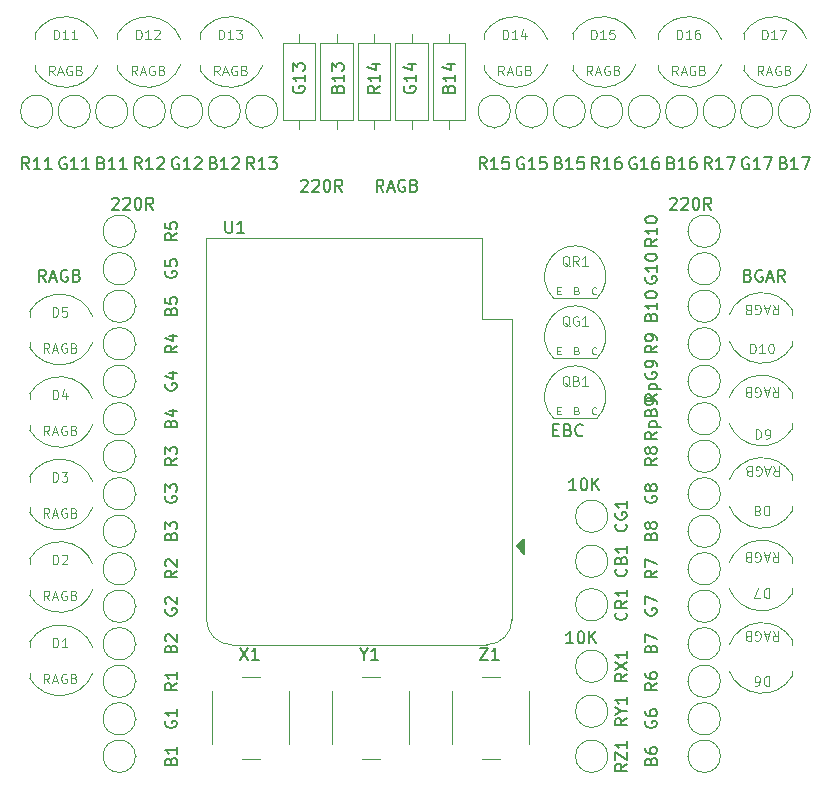
<source format=gbr>
%TF.GenerationSoftware,KiCad,Pcbnew,6.0.2-1.fc35*%
%TF.CreationDate,2022-04-11T21:16:46+02:00*%
%TF.ProjectId,lampe,6c616d70-652e-46b6-9963-61645f706362,v2*%
%TF.SameCoordinates,Original*%
%TF.FileFunction,Legend,Top*%
%TF.FilePolarity,Positive*%
%FSLAX46Y46*%
G04 Gerber Fmt 4.6, Leading zero omitted, Abs format (unit mm)*
G04 Created by KiCad (PCBNEW 6.0.2-1.fc35) date 2022-04-11 21:16:46*
%MOMM*%
%LPD*%
G01*
G04 APERTURE LIST*
%ADD10C,0.200000*%
%ADD11C,0.150000*%
%ADD12C,0.100000*%
%ADD13C,0.120000*%
G04 APERTURE END LIST*
D10*
X224163023Y-150121880D02*
X223591595Y-150121880D01*
X223877309Y-150121880D02*
X223877309Y-149121880D01*
X223782071Y-149264738D01*
X223686833Y-149359976D01*
X223591595Y-149407595D01*
X224782071Y-149121880D02*
X224877309Y-149121880D01*
X224972547Y-149169500D01*
X225020166Y-149217119D01*
X225067785Y-149312357D01*
X225115404Y-149502833D01*
X225115404Y-149740928D01*
X225067785Y-149931404D01*
X225020166Y-150026642D01*
X224972547Y-150074261D01*
X224877309Y-150121880D01*
X224782071Y-150121880D01*
X224686833Y-150074261D01*
X224639214Y-150026642D01*
X224591595Y-149931404D01*
X224543976Y-149740928D01*
X224543976Y-149502833D01*
X224591595Y-149312357D01*
X224639214Y-149217119D01*
X224686833Y-149169500D01*
X224782071Y-149121880D01*
X225543976Y-150121880D02*
X225543976Y-149121880D01*
X226115404Y-150121880D02*
X225686833Y-149550452D01*
X226115404Y-149121880D02*
X225543976Y-149693309D01*
D11*
X201144404Y-110990119D02*
X201192023Y-110942500D01*
X201287261Y-110894880D01*
X201525357Y-110894880D01*
X201620595Y-110942500D01*
X201668214Y-110990119D01*
X201715833Y-111085357D01*
X201715833Y-111180595D01*
X201668214Y-111323452D01*
X201096785Y-111894880D01*
X201715833Y-111894880D01*
X202096785Y-110990119D02*
X202144404Y-110942500D01*
X202239642Y-110894880D01*
X202477738Y-110894880D01*
X202572976Y-110942500D01*
X202620595Y-110990119D01*
X202668214Y-111085357D01*
X202668214Y-111180595D01*
X202620595Y-111323452D01*
X202049166Y-111894880D01*
X202668214Y-111894880D01*
X203287261Y-110894880D02*
X203382500Y-110894880D01*
X203477738Y-110942500D01*
X203525357Y-110990119D01*
X203572976Y-111085357D01*
X203620595Y-111275833D01*
X203620595Y-111513928D01*
X203572976Y-111704404D01*
X203525357Y-111799642D01*
X203477738Y-111847261D01*
X203382500Y-111894880D01*
X203287261Y-111894880D01*
X203192023Y-111847261D01*
X203144404Y-111799642D01*
X203096785Y-111704404D01*
X203049166Y-111513928D01*
X203049166Y-111275833D01*
X203096785Y-111085357D01*
X203144404Y-110990119D01*
X203192023Y-110942500D01*
X203287261Y-110894880D01*
X204620595Y-111894880D02*
X204287261Y-111418690D01*
X204049166Y-111894880D02*
X204049166Y-110894880D01*
X204430119Y-110894880D01*
X204525357Y-110942500D01*
X204572976Y-110990119D01*
X204620595Y-111085357D01*
X204620595Y-111228214D01*
X204572976Y-111323452D01*
X204525357Y-111371071D01*
X204430119Y-111418690D01*
X204049166Y-111418690D01*
X208113452Y-111894880D02*
X207780119Y-111418690D01*
X207542023Y-111894880D02*
X207542023Y-110894880D01*
X207922976Y-110894880D01*
X208018214Y-110942500D01*
X208065833Y-110990119D01*
X208113452Y-111085357D01*
X208113452Y-111228214D01*
X208065833Y-111323452D01*
X208018214Y-111371071D01*
X207922976Y-111418690D01*
X207542023Y-111418690D01*
X208494404Y-111609166D02*
X208970595Y-111609166D01*
X208399166Y-111894880D02*
X208732500Y-110894880D01*
X209065833Y-111894880D01*
X209922976Y-110942500D02*
X209827738Y-110894880D01*
X209684880Y-110894880D01*
X209542023Y-110942500D01*
X209446785Y-111037738D01*
X209399166Y-111132976D01*
X209351547Y-111323452D01*
X209351547Y-111466309D01*
X209399166Y-111656785D01*
X209446785Y-111752023D01*
X209542023Y-111847261D01*
X209684880Y-111894880D01*
X209780119Y-111894880D01*
X209922976Y-111847261D01*
X209970595Y-111799642D01*
X209970595Y-111466309D01*
X209780119Y-111466309D01*
X210732500Y-111371071D02*
X210875357Y-111418690D01*
X210922976Y-111466309D01*
X210970595Y-111561547D01*
X210970595Y-111704404D01*
X210922976Y-111799642D01*
X210875357Y-111847261D01*
X210780119Y-111894880D01*
X210399166Y-111894880D01*
X210399166Y-110894880D01*
X210732500Y-110894880D01*
X210827738Y-110942500D01*
X210875357Y-110990119D01*
X210922976Y-111085357D01*
X210922976Y-111180595D01*
X210875357Y-111275833D01*
X210827738Y-111323452D01*
X210732500Y-111371071D01*
X210399166Y-111371071D01*
X238990357Y-118991071D02*
X239133214Y-119038690D01*
X239180833Y-119086309D01*
X239228452Y-119181547D01*
X239228452Y-119324404D01*
X239180833Y-119419642D01*
X239133214Y-119467261D01*
X239037976Y-119514880D01*
X238657023Y-119514880D01*
X238657023Y-118514880D01*
X238990357Y-118514880D01*
X239085595Y-118562500D01*
X239133214Y-118610119D01*
X239180833Y-118705357D01*
X239180833Y-118800595D01*
X239133214Y-118895833D01*
X239085595Y-118943452D01*
X238990357Y-118991071D01*
X238657023Y-118991071D01*
X240180833Y-118562500D02*
X240085595Y-118514880D01*
X239942738Y-118514880D01*
X239799880Y-118562500D01*
X239704642Y-118657738D01*
X239657023Y-118752976D01*
X239609404Y-118943452D01*
X239609404Y-119086309D01*
X239657023Y-119276785D01*
X239704642Y-119372023D01*
X239799880Y-119467261D01*
X239942738Y-119514880D01*
X240037976Y-119514880D01*
X240180833Y-119467261D01*
X240228452Y-119419642D01*
X240228452Y-119086309D01*
X240037976Y-119086309D01*
X240609404Y-119229166D02*
X241085595Y-119229166D01*
X240514166Y-119514880D02*
X240847500Y-118514880D01*
X241180833Y-119514880D01*
X242085595Y-119514880D02*
X241752261Y-119038690D01*
X241514166Y-119514880D02*
X241514166Y-118514880D01*
X241895119Y-118514880D01*
X241990357Y-118562500D01*
X242037976Y-118610119D01*
X242085595Y-118705357D01*
X242085595Y-118848214D01*
X242037976Y-118943452D01*
X241990357Y-118991071D01*
X241895119Y-119038690D01*
X241514166Y-119038690D01*
X185142404Y-112514119D02*
X185190023Y-112466500D01*
X185285261Y-112418880D01*
X185523357Y-112418880D01*
X185618595Y-112466500D01*
X185666214Y-112514119D01*
X185713833Y-112609357D01*
X185713833Y-112704595D01*
X185666214Y-112847452D01*
X185094785Y-113418880D01*
X185713833Y-113418880D01*
X186094785Y-112514119D02*
X186142404Y-112466500D01*
X186237642Y-112418880D01*
X186475738Y-112418880D01*
X186570976Y-112466500D01*
X186618595Y-112514119D01*
X186666214Y-112609357D01*
X186666214Y-112704595D01*
X186618595Y-112847452D01*
X186047166Y-113418880D01*
X186666214Y-113418880D01*
X187285261Y-112418880D02*
X187380500Y-112418880D01*
X187475738Y-112466500D01*
X187523357Y-112514119D01*
X187570976Y-112609357D01*
X187618595Y-112799833D01*
X187618595Y-113037928D01*
X187570976Y-113228404D01*
X187523357Y-113323642D01*
X187475738Y-113371261D01*
X187380500Y-113418880D01*
X187285261Y-113418880D01*
X187190023Y-113371261D01*
X187142404Y-113323642D01*
X187094785Y-113228404D01*
X187047166Y-113037928D01*
X187047166Y-112799833D01*
X187094785Y-112609357D01*
X187142404Y-112514119D01*
X187190023Y-112466500D01*
X187285261Y-112418880D01*
X188618595Y-113418880D02*
X188285261Y-112942690D01*
X188047166Y-113418880D02*
X188047166Y-112418880D01*
X188428119Y-112418880D01*
X188523357Y-112466500D01*
X188570976Y-112514119D01*
X188618595Y-112609357D01*
X188618595Y-112752214D01*
X188570976Y-112847452D01*
X188523357Y-112895071D01*
X188428119Y-112942690D01*
X188047166Y-112942690D01*
D10*
X222496214Y-132072071D02*
X222829547Y-132072071D01*
X222972404Y-132595880D02*
X222496214Y-132595880D01*
X222496214Y-131595880D01*
X222972404Y-131595880D01*
X223734309Y-132072071D02*
X223877166Y-132119690D01*
X223924785Y-132167309D01*
X223972404Y-132262547D01*
X223972404Y-132405404D01*
X223924785Y-132500642D01*
X223877166Y-132548261D01*
X223781928Y-132595880D01*
X223400976Y-132595880D01*
X223400976Y-131595880D01*
X223734309Y-131595880D01*
X223829547Y-131643500D01*
X223877166Y-131691119D01*
X223924785Y-131786357D01*
X223924785Y-131881595D01*
X223877166Y-131976833D01*
X223829547Y-132024452D01*
X223734309Y-132072071D01*
X223400976Y-132072071D01*
X224972404Y-132500642D02*
X224924785Y-132548261D01*
X224781928Y-132595880D01*
X224686690Y-132595880D01*
X224543833Y-132548261D01*
X224448595Y-132453023D01*
X224400976Y-132357785D01*
X224353357Y-132167309D01*
X224353357Y-132024452D01*
X224400976Y-131833976D01*
X224448595Y-131738738D01*
X224543833Y-131643500D01*
X224686690Y-131595880D01*
X224781928Y-131595880D01*
X224924785Y-131643500D01*
X224972404Y-131691119D01*
D11*
X179538452Y-119514880D02*
X179205119Y-119038690D01*
X178967023Y-119514880D02*
X178967023Y-118514880D01*
X179347976Y-118514880D01*
X179443214Y-118562500D01*
X179490833Y-118610119D01*
X179538452Y-118705357D01*
X179538452Y-118848214D01*
X179490833Y-118943452D01*
X179443214Y-118991071D01*
X179347976Y-119038690D01*
X178967023Y-119038690D01*
X179919404Y-119229166D02*
X180395595Y-119229166D01*
X179824166Y-119514880D02*
X180157500Y-118514880D01*
X180490833Y-119514880D01*
X181347976Y-118562500D02*
X181252738Y-118514880D01*
X181109880Y-118514880D01*
X180967023Y-118562500D01*
X180871785Y-118657738D01*
X180824166Y-118752976D01*
X180776547Y-118943452D01*
X180776547Y-119086309D01*
X180824166Y-119276785D01*
X180871785Y-119372023D01*
X180967023Y-119467261D01*
X181109880Y-119514880D01*
X181205119Y-119514880D01*
X181347976Y-119467261D01*
X181395595Y-119419642D01*
X181395595Y-119086309D01*
X181205119Y-119086309D01*
X182157500Y-118991071D02*
X182300357Y-119038690D01*
X182347976Y-119086309D01*
X182395595Y-119181547D01*
X182395595Y-119324404D01*
X182347976Y-119419642D01*
X182300357Y-119467261D01*
X182205119Y-119514880D01*
X181824166Y-119514880D01*
X181824166Y-118514880D01*
X182157500Y-118514880D01*
X182252738Y-118562500D01*
X182300357Y-118610119D01*
X182347976Y-118705357D01*
X182347976Y-118800595D01*
X182300357Y-118895833D01*
X182252738Y-118943452D01*
X182157500Y-118991071D01*
X181824166Y-118991071D01*
X232386404Y-112514119D02*
X232434023Y-112466500D01*
X232529261Y-112418880D01*
X232767357Y-112418880D01*
X232862595Y-112466500D01*
X232910214Y-112514119D01*
X232957833Y-112609357D01*
X232957833Y-112704595D01*
X232910214Y-112847452D01*
X232338785Y-113418880D01*
X232957833Y-113418880D01*
X233338785Y-112514119D02*
X233386404Y-112466500D01*
X233481642Y-112418880D01*
X233719738Y-112418880D01*
X233814976Y-112466500D01*
X233862595Y-112514119D01*
X233910214Y-112609357D01*
X233910214Y-112704595D01*
X233862595Y-112847452D01*
X233291166Y-113418880D01*
X233910214Y-113418880D01*
X234529261Y-112418880D02*
X234624500Y-112418880D01*
X234719738Y-112466500D01*
X234767357Y-112514119D01*
X234814976Y-112609357D01*
X234862595Y-112799833D01*
X234862595Y-113037928D01*
X234814976Y-113228404D01*
X234767357Y-113323642D01*
X234719738Y-113371261D01*
X234624500Y-113418880D01*
X234529261Y-113418880D01*
X234434023Y-113371261D01*
X234386404Y-113323642D01*
X234338785Y-113228404D01*
X234291166Y-113037928D01*
X234291166Y-112799833D01*
X234338785Y-112609357D01*
X234386404Y-112514119D01*
X234434023Y-112466500D01*
X234529261Y-112418880D01*
X235862595Y-113418880D02*
X235529261Y-112942690D01*
X235291166Y-113418880D02*
X235291166Y-112418880D01*
X235672119Y-112418880D01*
X235767357Y-112466500D01*
X235814976Y-112514119D01*
X235862595Y-112609357D01*
X235862595Y-112752214D01*
X235814976Y-112847452D01*
X235767357Y-112895071D01*
X235672119Y-112942690D01*
X235291166Y-112942690D01*
D10*
X224417023Y-137167880D02*
X223845595Y-137167880D01*
X224131309Y-137167880D02*
X224131309Y-136167880D01*
X224036071Y-136310738D01*
X223940833Y-136405976D01*
X223845595Y-136453595D01*
X225036071Y-136167880D02*
X225131309Y-136167880D01*
X225226547Y-136215500D01*
X225274166Y-136263119D01*
X225321785Y-136358357D01*
X225369404Y-136548833D01*
X225369404Y-136786928D01*
X225321785Y-136977404D01*
X225274166Y-137072642D01*
X225226547Y-137120261D01*
X225131309Y-137167880D01*
X225036071Y-137167880D01*
X224940833Y-137120261D01*
X224893214Y-137072642D01*
X224845595Y-136977404D01*
X224797976Y-136786928D01*
X224797976Y-136548833D01*
X224845595Y-136358357D01*
X224893214Y-136263119D01*
X224940833Y-136215500D01*
X225036071Y-136167880D01*
X225797976Y-137167880D02*
X225797976Y-136167880D01*
X226369404Y-137167880D02*
X225940833Y-136596452D01*
X226369404Y-136167880D02*
X225797976Y-136739309D01*
D12*
%TO.C,D1*%
X180130523Y-150475904D02*
X180130523Y-149675904D01*
X180321000Y-149675904D01*
X180435285Y-149714000D01*
X180511476Y-149790190D01*
X180549571Y-149866380D01*
X180587666Y-150018761D01*
X180587666Y-150133047D01*
X180549571Y-150285428D01*
X180511476Y-150361619D01*
X180435285Y-150437809D01*
X180321000Y-150475904D01*
X180130523Y-150475904D01*
X181349571Y-150475904D02*
X180892428Y-150475904D01*
X181121000Y-150475904D02*
X181121000Y-149675904D01*
X181044809Y-149790190D01*
X180968619Y-149866380D01*
X180892428Y-149904476D01*
X179825761Y-153523904D02*
X179559095Y-153142952D01*
X179368619Y-153523904D02*
X179368619Y-152723904D01*
X179673380Y-152723904D01*
X179749571Y-152762000D01*
X179787666Y-152800095D01*
X179825761Y-152876285D01*
X179825761Y-152990571D01*
X179787666Y-153066761D01*
X179749571Y-153104857D01*
X179673380Y-153142952D01*
X179368619Y-153142952D01*
X180130523Y-153295333D02*
X180511476Y-153295333D01*
X180054333Y-153523904D02*
X180321000Y-152723904D01*
X180587666Y-153523904D01*
X181273380Y-152762000D02*
X181197190Y-152723904D01*
X181082904Y-152723904D01*
X180968619Y-152762000D01*
X180892428Y-152838190D01*
X180854333Y-152914380D01*
X180816238Y-153066761D01*
X180816238Y-153181047D01*
X180854333Y-153333428D01*
X180892428Y-153409619D01*
X180968619Y-153485809D01*
X181082904Y-153523904D01*
X181159095Y-153523904D01*
X181273380Y-153485809D01*
X181311476Y-153447714D01*
X181311476Y-153181047D01*
X181159095Y-153181047D01*
X181921000Y-153104857D02*
X182035285Y-153142952D01*
X182073380Y-153181047D01*
X182111476Y-153257238D01*
X182111476Y-153371523D01*
X182073380Y-153447714D01*
X182035285Y-153485809D01*
X181959095Y-153523904D01*
X181654333Y-153523904D01*
X181654333Y-152723904D01*
X181921000Y-152723904D01*
X181997190Y-152762000D01*
X182035285Y-152800095D01*
X182073380Y-152876285D01*
X182073380Y-152952476D01*
X182035285Y-153028666D01*
X181997190Y-153066761D01*
X181921000Y-153104857D01*
X181654333Y-153104857D01*
%TO.C,D2*%
X180130523Y-143427404D02*
X180130523Y-142627404D01*
X180321000Y-142627404D01*
X180435285Y-142665500D01*
X180511476Y-142741690D01*
X180549571Y-142817880D01*
X180587666Y-142970261D01*
X180587666Y-143084547D01*
X180549571Y-143236928D01*
X180511476Y-143313119D01*
X180435285Y-143389309D01*
X180321000Y-143427404D01*
X180130523Y-143427404D01*
X180892428Y-142703595D02*
X180930523Y-142665500D01*
X181006714Y-142627404D01*
X181197190Y-142627404D01*
X181273380Y-142665500D01*
X181311476Y-142703595D01*
X181349571Y-142779785D01*
X181349571Y-142855976D01*
X181311476Y-142970261D01*
X180854333Y-143427404D01*
X181349571Y-143427404D01*
X179825761Y-146475404D02*
X179559095Y-146094452D01*
X179368619Y-146475404D02*
X179368619Y-145675404D01*
X179673380Y-145675404D01*
X179749571Y-145713500D01*
X179787666Y-145751595D01*
X179825761Y-145827785D01*
X179825761Y-145942071D01*
X179787666Y-146018261D01*
X179749571Y-146056357D01*
X179673380Y-146094452D01*
X179368619Y-146094452D01*
X180130523Y-146246833D02*
X180511476Y-146246833D01*
X180054333Y-146475404D02*
X180321000Y-145675404D01*
X180587666Y-146475404D01*
X181273380Y-145713500D02*
X181197190Y-145675404D01*
X181082904Y-145675404D01*
X180968619Y-145713500D01*
X180892428Y-145789690D01*
X180854333Y-145865880D01*
X180816238Y-146018261D01*
X180816238Y-146132547D01*
X180854333Y-146284928D01*
X180892428Y-146361119D01*
X180968619Y-146437309D01*
X181082904Y-146475404D01*
X181159095Y-146475404D01*
X181273380Y-146437309D01*
X181311476Y-146399214D01*
X181311476Y-146132547D01*
X181159095Y-146132547D01*
X181921000Y-146056357D02*
X182035285Y-146094452D01*
X182073380Y-146132547D01*
X182111476Y-146208738D01*
X182111476Y-146323023D01*
X182073380Y-146399214D01*
X182035285Y-146437309D01*
X181959095Y-146475404D01*
X181654333Y-146475404D01*
X181654333Y-145675404D01*
X181921000Y-145675404D01*
X181997190Y-145713500D01*
X182035285Y-145751595D01*
X182073380Y-145827785D01*
X182073380Y-145903976D01*
X182035285Y-145980166D01*
X181997190Y-146018261D01*
X181921000Y-146056357D01*
X181654333Y-146056357D01*
%TO.C,D3*%
X180130523Y-136442404D02*
X180130523Y-135642404D01*
X180321000Y-135642404D01*
X180435285Y-135680500D01*
X180511476Y-135756690D01*
X180549571Y-135832880D01*
X180587666Y-135985261D01*
X180587666Y-136099547D01*
X180549571Y-136251928D01*
X180511476Y-136328119D01*
X180435285Y-136404309D01*
X180321000Y-136442404D01*
X180130523Y-136442404D01*
X180854333Y-135642404D02*
X181349571Y-135642404D01*
X181082904Y-135947166D01*
X181197190Y-135947166D01*
X181273380Y-135985261D01*
X181311476Y-136023357D01*
X181349571Y-136099547D01*
X181349571Y-136290023D01*
X181311476Y-136366214D01*
X181273380Y-136404309D01*
X181197190Y-136442404D01*
X180968619Y-136442404D01*
X180892428Y-136404309D01*
X180854333Y-136366214D01*
X179825761Y-139490404D02*
X179559095Y-139109452D01*
X179368619Y-139490404D02*
X179368619Y-138690404D01*
X179673380Y-138690404D01*
X179749571Y-138728500D01*
X179787666Y-138766595D01*
X179825761Y-138842785D01*
X179825761Y-138957071D01*
X179787666Y-139033261D01*
X179749571Y-139071357D01*
X179673380Y-139109452D01*
X179368619Y-139109452D01*
X180130523Y-139261833D02*
X180511476Y-139261833D01*
X180054333Y-139490404D02*
X180321000Y-138690404D01*
X180587666Y-139490404D01*
X181273380Y-138728500D02*
X181197190Y-138690404D01*
X181082904Y-138690404D01*
X180968619Y-138728500D01*
X180892428Y-138804690D01*
X180854333Y-138880880D01*
X180816238Y-139033261D01*
X180816238Y-139147547D01*
X180854333Y-139299928D01*
X180892428Y-139376119D01*
X180968619Y-139452309D01*
X181082904Y-139490404D01*
X181159095Y-139490404D01*
X181273380Y-139452309D01*
X181311476Y-139414214D01*
X181311476Y-139147547D01*
X181159095Y-139147547D01*
X181921000Y-139071357D02*
X182035285Y-139109452D01*
X182073380Y-139147547D01*
X182111476Y-139223738D01*
X182111476Y-139338023D01*
X182073380Y-139414214D01*
X182035285Y-139452309D01*
X181959095Y-139490404D01*
X181654333Y-139490404D01*
X181654333Y-138690404D01*
X181921000Y-138690404D01*
X181997190Y-138728500D01*
X182035285Y-138766595D01*
X182073380Y-138842785D01*
X182073380Y-138918976D01*
X182035285Y-138995166D01*
X181997190Y-139033261D01*
X181921000Y-139071357D01*
X181654333Y-139071357D01*
%TO.C,D4*%
X180130523Y-129457404D02*
X180130523Y-128657404D01*
X180321000Y-128657404D01*
X180435285Y-128695500D01*
X180511476Y-128771690D01*
X180549571Y-128847880D01*
X180587666Y-129000261D01*
X180587666Y-129114547D01*
X180549571Y-129266928D01*
X180511476Y-129343119D01*
X180435285Y-129419309D01*
X180321000Y-129457404D01*
X180130523Y-129457404D01*
X181273380Y-128924071D02*
X181273380Y-129457404D01*
X181082904Y-128619309D02*
X180892428Y-129190738D01*
X181387666Y-129190738D01*
X179825761Y-132505404D02*
X179559095Y-132124452D01*
X179368619Y-132505404D02*
X179368619Y-131705404D01*
X179673380Y-131705404D01*
X179749571Y-131743500D01*
X179787666Y-131781595D01*
X179825761Y-131857785D01*
X179825761Y-131972071D01*
X179787666Y-132048261D01*
X179749571Y-132086357D01*
X179673380Y-132124452D01*
X179368619Y-132124452D01*
X180130523Y-132276833D02*
X180511476Y-132276833D01*
X180054333Y-132505404D02*
X180321000Y-131705404D01*
X180587666Y-132505404D01*
X181273380Y-131743500D02*
X181197190Y-131705404D01*
X181082904Y-131705404D01*
X180968619Y-131743500D01*
X180892428Y-131819690D01*
X180854333Y-131895880D01*
X180816238Y-132048261D01*
X180816238Y-132162547D01*
X180854333Y-132314928D01*
X180892428Y-132391119D01*
X180968619Y-132467309D01*
X181082904Y-132505404D01*
X181159095Y-132505404D01*
X181273380Y-132467309D01*
X181311476Y-132429214D01*
X181311476Y-132162547D01*
X181159095Y-132162547D01*
X181921000Y-132086357D02*
X182035285Y-132124452D01*
X182073380Y-132162547D01*
X182111476Y-132238738D01*
X182111476Y-132353023D01*
X182073380Y-132429214D01*
X182035285Y-132467309D01*
X181959095Y-132505404D01*
X181654333Y-132505404D01*
X181654333Y-131705404D01*
X181921000Y-131705404D01*
X181997190Y-131743500D01*
X182035285Y-131781595D01*
X182073380Y-131857785D01*
X182073380Y-131933976D01*
X182035285Y-132010166D01*
X181997190Y-132048261D01*
X181921000Y-132086357D01*
X181654333Y-132086357D01*
%TO.C,D5*%
X180130523Y-122472404D02*
X180130523Y-121672404D01*
X180321000Y-121672404D01*
X180435285Y-121710500D01*
X180511476Y-121786690D01*
X180549571Y-121862880D01*
X180587666Y-122015261D01*
X180587666Y-122129547D01*
X180549571Y-122281928D01*
X180511476Y-122358119D01*
X180435285Y-122434309D01*
X180321000Y-122472404D01*
X180130523Y-122472404D01*
X181311476Y-121672404D02*
X180930523Y-121672404D01*
X180892428Y-122053357D01*
X180930523Y-122015261D01*
X181006714Y-121977166D01*
X181197190Y-121977166D01*
X181273380Y-122015261D01*
X181311476Y-122053357D01*
X181349571Y-122129547D01*
X181349571Y-122320023D01*
X181311476Y-122396214D01*
X181273380Y-122434309D01*
X181197190Y-122472404D01*
X181006714Y-122472404D01*
X180930523Y-122434309D01*
X180892428Y-122396214D01*
X179825761Y-125520404D02*
X179559095Y-125139452D01*
X179368619Y-125520404D02*
X179368619Y-124720404D01*
X179673380Y-124720404D01*
X179749571Y-124758500D01*
X179787666Y-124796595D01*
X179825761Y-124872785D01*
X179825761Y-124987071D01*
X179787666Y-125063261D01*
X179749571Y-125101357D01*
X179673380Y-125139452D01*
X179368619Y-125139452D01*
X180130523Y-125291833D02*
X180511476Y-125291833D01*
X180054333Y-125520404D02*
X180321000Y-124720404D01*
X180587666Y-125520404D01*
X181273380Y-124758500D02*
X181197190Y-124720404D01*
X181082904Y-124720404D01*
X180968619Y-124758500D01*
X180892428Y-124834690D01*
X180854333Y-124910880D01*
X180816238Y-125063261D01*
X180816238Y-125177547D01*
X180854333Y-125329928D01*
X180892428Y-125406119D01*
X180968619Y-125482309D01*
X181082904Y-125520404D01*
X181159095Y-125520404D01*
X181273380Y-125482309D01*
X181311476Y-125444214D01*
X181311476Y-125177547D01*
X181159095Y-125177547D01*
X181921000Y-125101357D02*
X182035285Y-125139452D01*
X182073380Y-125177547D01*
X182111476Y-125253738D01*
X182111476Y-125368023D01*
X182073380Y-125444214D01*
X182035285Y-125482309D01*
X181959095Y-125520404D01*
X181654333Y-125520404D01*
X181654333Y-124720404D01*
X181921000Y-124720404D01*
X181997190Y-124758500D01*
X182035285Y-124796595D01*
X182073380Y-124872785D01*
X182073380Y-124948976D01*
X182035285Y-125025166D01*
X181997190Y-125063261D01*
X181921000Y-125101357D01*
X181654333Y-125101357D01*
%TO.C,D7*%
X240747476Y-145497595D02*
X240747476Y-146297595D01*
X240557000Y-146297595D01*
X240442714Y-146259500D01*
X240366523Y-146183309D01*
X240328428Y-146107119D01*
X240290333Y-145954738D01*
X240290333Y-145840452D01*
X240328428Y-145688071D01*
X240366523Y-145611880D01*
X240442714Y-145535690D01*
X240557000Y-145497595D01*
X240747476Y-145497595D01*
X240023666Y-146297595D02*
X239490333Y-146297595D01*
X239833190Y-145497595D01*
X241052238Y-142449595D02*
X241318904Y-142830547D01*
X241509380Y-142449595D02*
X241509380Y-143249595D01*
X241204619Y-143249595D01*
X241128428Y-143211500D01*
X241090333Y-143173404D01*
X241052238Y-143097214D01*
X241052238Y-142982928D01*
X241090333Y-142906738D01*
X241128428Y-142868642D01*
X241204619Y-142830547D01*
X241509380Y-142830547D01*
X240747476Y-142678166D02*
X240366523Y-142678166D01*
X240823666Y-142449595D02*
X240557000Y-143249595D01*
X240290333Y-142449595D01*
X239604619Y-143211500D02*
X239680809Y-143249595D01*
X239795095Y-143249595D01*
X239909380Y-143211500D01*
X239985571Y-143135309D01*
X240023666Y-143059119D01*
X240061761Y-142906738D01*
X240061761Y-142792452D01*
X240023666Y-142640071D01*
X239985571Y-142563880D01*
X239909380Y-142487690D01*
X239795095Y-142449595D01*
X239718904Y-142449595D01*
X239604619Y-142487690D01*
X239566523Y-142525785D01*
X239566523Y-142792452D01*
X239718904Y-142792452D01*
X238957000Y-142868642D02*
X238842714Y-142830547D01*
X238804619Y-142792452D01*
X238766523Y-142716261D01*
X238766523Y-142601976D01*
X238804619Y-142525785D01*
X238842714Y-142487690D01*
X238918904Y-142449595D01*
X239223666Y-142449595D01*
X239223666Y-143249595D01*
X238957000Y-143249595D01*
X238880809Y-143211500D01*
X238842714Y-143173404D01*
X238804619Y-143097214D01*
X238804619Y-143021023D01*
X238842714Y-142944833D01*
X238880809Y-142906738D01*
X238957000Y-142868642D01*
X239223666Y-142868642D01*
%TO.C,D8*%
X240747476Y-138512595D02*
X240747476Y-139312595D01*
X240557000Y-139312595D01*
X240442714Y-139274500D01*
X240366523Y-139198309D01*
X240328428Y-139122119D01*
X240290333Y-138969738D01*
X240290333Y-138855452D01*
X240328428Y-138703071D01*
X240366523Y-138626880D01*
X240442714Y-138550690D01*
X240557000Y-138512595D01*
X240747476Y-138512595D01*
X239833190Y-138969738D02*
X239909380Y-139007833D01*
X239947476Y-139045928D01*
X239985571Y-139122119D01*
X239985571Y-139160214D01*
X239947476Y-139236404D01*
X239909380Y-139274500D01*
X239833190Y-139312595D01*
X239680809Y-139312595D01*
X239604619Y-139274500D01*
X239566523Y-139236404D01*
X239528428Y-139160214D01*
X239528428Y-139122119D01*
X239566523Y-139045928D01*
X239604619Y-139007833D01*
X239680809Y-138969738D01*
X239833190Y-138969738D01*
X239909380Y-138931642D01*
X239947476Y-138893547D01*
X239985571Y-138817357D01*
X239985571Y-138664976D01*
X239947476Y-138588785D01*
X239909380Y-138550690D01*
X239833190Y-138512595D01*
X239680809Y-138512595D01*
X239604619Y-138550690D01*
X239566523Y-138588785D01*
X239528428Y-138664976D01*
X239528428Y-138817357D01*
X239566523Y-138893547D01*
X239604619Y-138931642D01*
X239680809Y-138969738D01*
X241115738Y-135147095D02*
X241382404Y-135528047D01*
X241572880Y-135147095D02*
X241572880Y-135947095D01*
X241268119Y-135947095D01*
X241191928Y-135909000D01*
X241153833Y-135870904D01*
X241115738Y-135794714D01*
X241115738Y-135680428D01*
X241153833Y-135604238D01*
X241191928Y-135566142D01*
X241268119Y-135528047D01*
X241572880Y-135528047D01*
X240810976Y-135375666D02*
X240430023Y-135375666D01*
X240887166Y-135147095D02*
X240620500Y-135947095D01*
X240353833Y-135147095D01*
X239668119Y-135909000D02*
X239744309Y-135947095D01*
X239858595Y-135947095D01*
X239972880Y-135909000D01*
X240049071Y-135832809D01*
X240087166Y-135756619D01*
X240125261Y-135604238D01*
X240125261Y-135489952D01*
X240087166Y-135337571D01*
X240049071Y-135261380D01*
X239972880Y-135185190D01*
X239858595Y-135147095D01*
X239782404Y-135147095D01*
X239668119Y-135185190D01*
X239630023Y-135223285D01*
X239630023Y-135489952D01*
X239782404Y-135489952D01*
X239020500Y-135566142D02*
X238906214Y-135528047D01*
X238868119Y-135489952D01*
X238830023Y-135413761D01*
X238830023Y-135299476D01*
X238868119Y-135223285D01*
X238906214Y-135185190D01*
X238982404Y-135147095D01*
X239287166Y-135147095D01*
X239287166Y-135947095D01*
X239020500Y-135947095D01*
X238944309Y-135909000D01*
X238906214Y-135870904D01*
X238868119Y-135794714D01*
X238868119Y-135718523D01*
X238906214Y-135642333D01*
X238944309Y-135604238D01*
X239020500Y-135566142D01*
X239287166Y-135566142D01*
%TO.C,D9*%
X239630023Y-132822904D02*
X239630023Y-132022904D01*
X239820500Y-132022904D01*
X239934785Y-132061000D01*
X240010976Y-132137190D01*
X240049071Y-132213380D01*
X240087166Y-132365761D01*
X240087166Y-132480047D01*
X240049071Y-132632428D01*
X240010976Y-132708619D01*
X239934785Y-132784809D01*
X239820500Y-132822904D01*
X239630023Y-132822904D01*
X240468119Y-132822904D02*
X240620500Y-132822904D01*
X240696690Y-132784809D01*
X240734785Y-132746714D01*
X240810976Y-132632428D01*
X240849071Y-132480047D01*
X240849071Y-132175285D01*
X240810976Y-132099095D01*
X240772880Y-132061000D01*
X240696690Y-132022904D01*
X240544309Y-132022904D01*
X240468119Y-132061000D01*
X240430023Y-132099095D01*
X240391928Y-132175285D01*
X240391928Y-132365761D01*
X240430023Y-132441952D01*
X240468119Y-132480047D01*
X240544309Y-132518142D01*
X240696690Y-132518142D01*
X240772880Y-132480047D01*
X240810976Y-132441952D01*
X240849071Y-132365761D01*
X241052238Y-128479595D02*
X241318904Y-128860547D01*
X241509380Y-128479595D02*
X241509380Y-129279595D01*
X241204619Y-129279595D01*
X241128428Y-129241500D01*
X241090333Y-129203404D01*
X241052238Y-129127214D01*
X241052238Y-129012928D01*
X241090333Y-128936738D01*
X241128428Y-128898642D01*
X241204619Y-128860547D01*
X241509380Y-128860547D01*
X240747476Y-128708166D02*
X240366523Y-128708166D01*
X240823666Y-128479595D02*
X240557000Y-129279595D01*
X240290333Y-128479595D01*
X239604619Y-129241500D02*
X239680809Y-129279595D01*
X239795095Y-129279595D01*
X239909380Y-129241500D01*
X239985571Y-129165309D01*
X240023666Y-129089119D01*
X240061761Y-128936738D01*
X240061761Y-128822452D01*
X240023666Y-128670071D01*
X239985571Y-128593880D01*
X239909380Y-128517690D01*
X239795095Y-128479595D01*
X239718904Y-128479595D01*
X239604619Y-128517690D01*
X239566523Y-128555785D01*
X239566523Y-128822452D01*
X239718904Y-128822452D01*
X238957000Y-128898642D02*
X238842714Y-128860547D01*
X238804619Y-128822452D01*
X238766523Y-128746261D01*
X238766523Y-128631976D01*
X238804619Y-128555785D01*
X238842714Y-128517690D01*
X238918904Y-128479595D01*
X239223666Y-128479595D01*
X239223666Y-129279595D01*
X238957000Y-129279595D01*
X238880809Y-129241500D01*
X238842714Y-129203404D01*
X238804619Y-129127214D01*
X238804619Y-129051023D01*
X238842714Y-128974833D01*
X238880809Y-128936738D01*
X238957000Y-128898642D01*
X239223666Y-128898642D01*
%TO.C,D10*%
X239185571Y-125583904D02*
X239185571Y-124783904D01*
X239376047Y-124783904D01*
X239490333Y-124822000D01*
X239566523Y-124898190D01*
X239604619Y-124974380D01*
X239642714Y-125126761D01*
X239642714Y-125241047D01*
X239604619Y-125393428D01*
X239566523Y-125469619D01*
X239490333Y-125545809D01*
X239376047Y-125583904D01*
X239185571Y-125583904D01*
X240404619Y-125583904D02*
X239947476Y-125583904D01*
X240176047Y-125583904D02*
X240176047Y-124783904D01*
X240099857Y-124898190D01*
X240023666Y-124974380D01*
X239947476Y-125012476D01*
X240899857Y-124783904D02*
X240976047Y-124783904D01*
X241052238Y-124822000D01*
X241090333Y-124860095D01*
X241128428Y-124936285D01*
X241166523Y-125088666D01*
X241166523Y-125279142D01*
X241128428Y-125431523D01*
X241090333Y-125507714D01*
X241052238Y-125545809D01*
X240976047Y-125583904D01*
X240899857Y-125583904D01*
X240823666Y-125545809D01*
X240785571Y-125507714D01*
X240747476Y-125431523D01*
X240709380Y-125279142D01*
X240709380Y-125088666D01*
X240747476Y-124936285D01*
X240785571Y-124860095D01*
X240823666Y-124822000D01*
X240899857Y-124783904D01*
X241052238Y-121494595D02*
X241318904Y-121875547D01*
X241509380Y-121494595D02*
X241509380Y-122294595D01*
X241204619Y-122294595D01*
X241128428Y-122256500D01*
X241090333Y-122218404D01*
X241052238Y-122142214D01*
X241052238Y-122027928D01*
X241090333Y-121951738D01*
X241128428Y-121913642D01*
X241204619Y-121875547D01*
X241509380Y-121875547D01*
X240747476Y-121723166D02*
X240366523Y-121723166D01*
X240823666Y-121494595D02*
X240557000Y-122294595D01*
X240290333Y-121494595D01*
X239604619Y-122256500D02*
X239680809Y-122294595D01*
X239795095Y-122294595D01*
X239909380Y-122256500D01*
X239985571Y-122180309D01*
X240023666Y-122104119D01*
X240061761Y-121951738D01*
X240061761Y-121837452D01*
X240023666Y-121685071D01*
X239985571Y-121608880D01*
X239909380Y-121532690D01*
X239795095Y-121494595D01*
X239718904Y-121494595D01*
X239604619Y-121532690D01*
X239566523Y-121570785D01*
X239566523Y-121837452D01*
X239718904Y-121837452D01*
X238957000Y-121913642D02*
X238842714Y-121875547D01*
X238804619Y-121837452D01*
X238766523Y-121761261D01*
X238766523Y-121646976D01*
X238804619Y-121570785D01*
X238842714Y-121532690D01*
X238918904Y-121494595D01*
X239223666Y-121494595D01*
X239223666Y-122294595D01*
X238957000Y-122294595D01*
X238880809Y-122256500D01*
X238842714Y-122218404D01*
X238804619Y-122142214D01*
X238804619Y-122066023D01*
X238842714Y-121989833D01*
X238880809Y-121951738D01*
X238957000Y-121913642D01*
X239223666Y-121913642D01*
%TO.C,D11*%
X180194071Y-98977404D02*
X180194071Y-98177404D01*
X180384547Y-98177404D01*
X180498833Y-98215500D01*
X180575023Y-98291690D01*
X180613119Y-98367880D01*
X180651214Y-98520261D01*
X180651214Y-98634547D01*
X180613119Y-98786928D01*
X180575023Y-98863119D01*
X180498833Y-98939309D01*
X180384547Y-98977404D01*
X180194071Y-98977404D01*
X181413119Y-98977404D02*
X180955976Y-98977404D01*
X181184547Y-98977404D02*
X181184547Y-98177404D01*
X181108357Y-98291690D01*
X181032166Y-98367880D01*
X180955976Y-98405976D01*
X182175023Y-98977404D02*
X181717880Y-98977404D01*
X181946452Y-98977404D02*
X181946452Y-98177404D01*
X181870261Y-98291690D01*
X181794071Y-98367880D01*
X181717880Y-98405976D01*
X180270261Y-102025404D02*
X180003595Y-101644452D01*
X179813119Y-102025404D02*
X179813119Y-101225404D01*
X180117880Y-101225404D01*
X180194071Y-101263500D01*
X180232166Y-101301595D01*
X180270261Y-101377785D01*
X180270261Y-101492071D01*
X180232166Y-101568261D01*
X180194071Y-101606357D01*
X180117880Y-101644452D01*
X179813119Y-101644452D01*
X180575023Y-101796833D02*
X180955976Y-101796833D01*
X180498833Y-102025404D02*
X180765500Y-101225404D01*
X181032166Y-102025404D01*
X181717880Y-101263500D02*
X181641690Y-101225404D01*
X181527404Y-101225404D01*
X181413119Y-101263500D01*
X181336928Y-101339690D01*
X181298833Y-101415880D01*
X181260738Y-101568261D01*
X181260738Y-101682547D01*
X181298833Y-101834928D01*
X181336928Y-101911119D01*
X181413119Y-101987309D01*
X181527404Y-102025404D01*
X181603595Y-102025404D01*
X181717880Y-101987309D01*
X181755976Y-101949214D01*
X181755976Y-101682547D01*
X181603595Y-101682547D01*
X182365500Y-101606357D02*
X182479785Y-101644452D01*
X182517880Y-101682547D01*
X182555976Y-101758738D01*
X182555976Y-101873023D01*
X182517880Y-101949214D01*
X182479785Y-101987309D01*
X182403595Y-102025404D01*
X182098833Y-102025404D01*
X182098833Y-101225404D01*
X182365500Y-101225404D01*
X182441690Y-101263500D01*
X182479785Y-101301595D01*
X182517880Y-101377785D01*
X182517880Y-101453976D01*
X182479785Y-101530166D01*
X182441690Y-101568261D01*
X182365500Y-101606357D01*
X182098833Y-101606357D01*
%TO.C,D12*%
X187179071Y-98977404D02*
X187179071Y-98177404D01*
X187369547Y-98177404D01*
X187483833Y-98215500D01*
X187560023Y-98291690D01*
X187598119Y-98367880D01*
X187636214Y-98520261D01*
X187636214Y-98634547D01*
X187598119Y-98786928D01*
X187560023Y-98863119D01*
X187483833Y-98939309D01*
X187369547Y-98977404D01*
X187179071Y-98977404D01*
X188398119Y-98977404D02*
X187940976Y-98977404D01*
X188169547Y-98977404D02*
X188169547Y-98177404D01*
X188093357Y-98291690D01*
X188017166Y-98367880D01*
X187940976Y-98405976D01*
X188702880Y-98253595D02*
X188740976Y-98215500D01*
X188817166Y-98177404D01*
X189007642Y-98177404D01*
X189083833Y-98215500D01*
X189121928Y-98253595D01*
X189160023Y-98329785D01*
X189160023Y-98405976D01*
X189121928Y-98520261D01*
X188664785Y-98977404D01*
X189160023Y-98977404D01*
X187255261Y-102025404D02*
X186988595Y-101644452D01*
X186798119Y-102025404D02*
X186798119Y-101225404D01*
X187102880Y-101225404D01*
X187179071Y-101263500D01*
X187217166Y-101301595D01*
X187255261Y-101377785D01*
X187255261Y-101492071D01*
X187217166Y-101568261D01*
X187179071Y-101606357D01*
X187102880Y-101644452D01*
X186798119Y-101644452D01*
X187560023Y-101796833D02*
X187940976Y-101796833D01*
X187483833Y-102025404D02*
X187750500Y-101225404D01*
X188017166Y-102025404D01*
X188702880Y-101263500D02*
X188626690Y-101225404D01*
X188512404Y-101225404D01*
X188398119Y-101263500D01*
X188321928Y-101339690D01*
X188283833Y-101415880D01*
X188245738Y-101568261D01*
X188245738Y-101682547D01*
X188283833Y-101834928D01*
X188321928Y-101911119D01*
X188398119Y-101987309D01*
X188512404Y-102025404D01*
X188588595Y-102025404D01*
X188702880Y-101987309D01*
X188740976Y-101949214D01*
X188740976Y-101682547D01*
X188588595Y-101682547D01*
X189350500Y-101606357D02*
X189464785Y-101644452D01*
X189502880Y-101682547D01*
X189540976Y-101758738D01*
X189540976Y-101873023D01*
X189502880Y-101949214D01*
X189464785Y-101987309D01*
X189388595Y-102025404D01*
X189083833Y-102025404D01*
X189083833Y-101225404D01*
X189350500Y-101225404D01*
X189426690Y-101263500D01*
X189464785Y-101301595D01*
X189502880Y-101377785D01*
X189502880Y-101453976D01*
X189464785Y-101530166D01*
X189426690Y-101568261D01*
X189350500Y-101606357D01*
X189083833Y-101606357D01*
%TO.C,D13*%
X194164071Y-98977404D02*
X194164071Y-98177404D01*
X194354547Y-98177404D01*
X194468833Y-98215500D01*
X194545023Y-98291690D01*
X194583119Y-98367880D01*
X194621214Y-98520261D01*
X194621214Y-98634547D01*
X194583119Y-98786928D01*
X194545023Y-98863119D01*
X194468833Y-98939309D01*
X194354547Y-98977404D01*
X194164071Y-98977404D01*
X195383119Y-98977404D02*
X194925976Y-98977404D01*
X195154547Y-98977404D02*
X195154547Y-98177404D01*
X195078357Y-98291690D01*
X195002166Y-98367880D01*
X194925976Y-98405976D01*
X195649785Y-98177404D02*
X196145023Y-98177404D01*
X195878357Y-98482166D01*
X195992642Y-98482166D01*
X196068833Y-98520261D01*
X196106928Y-98558357D01*
X196145023Y-98634547D01*
X196145023Y-98825023D01*
X196106928Y-98901214D01*
X196068833Y-98939309D01*
X195992642Y-98977404D01*
X195764071Y-98977404D01*
X195687880Y-98939309D01*
X195649785Y-98901214D01*
X194240261Y-102025404D02*
X193973595Y-101644452D01*
X193783119Y-102025404D02*
X193783119Y-101225404D01*
X194087880Y-101225404D01*
X194164071Y-101263500D01*
X194202166Y-101301595D01*
X194240261Y-101377785D01*
X194240261Y-101492071D01*
X194202166Y-101568261D01*
X194164071Y-101606357D01*
X194087880Y-101644452D01*
X193783119Y-101644452D01*
X194545023Y-101796833D02*
X194925976Y-101796833D01*
X194468833Y-102025404D02*
X194735500Y-101225404D01*
X195002166Y-102025404D01*
X195687880Y-101263500D02*
X195611690Y-101225404D01*
X195497404Y-101225404D01*
X195383119Y-101263500D01*
X195306928Y-101339690D01*
X195268833Y-101415880D01*
X195230738Y-101568261D01*
X195230738Y-101682547D01*
X195268833Y-101834928D01*
X195306928Y-101911119D01*
X195383119Y-101987309D01*
X195497404Y-102025404D01*
X195573595Y-102025404D01*
X195687880Y-101987309D01*
X195725976Y-101949214D01*
X195725976Y-101682547D01*
X195573595Y-101682547D01*
X196335500Y-101606357D02*
X196449785Y-101644452D01*
X196487880Y-101682547D01*
X196525976Y-101758738D01*
X196525976Y-101873023D01*
X196487880Y-101949214D01*
X196449785Y-101987309D01*
X196373595Y-102025404D01*
X196068833Y-102025404D01*
X196068833Y-101225404D01*
X196335500Y-101225404D01*
X196411690Y-101263500D01*
X196449785Y-101301595D01*
X196487880Y-101377785D01*
X196487880Y-101453976D01*
X196449785Y-101530166D01*
X196411690Y-101568261D01*
X196335500Y-101606357D01*
X196068833Y-101606357D01*
%TO.C,D14*%
X218230571Y-98977404D02*
X218230571Y-98177404D01*
X218421047Y-98177404D01*
X218535333Y-98215500D01*
X218611523Y-98291690D01*
X218649619Y-98367880D01*
X218687714Y-98520261D01*
X218687714Y-98634547D01*
X218649619Y-98786928D01*
X218611523Y-98863119D01*
X218535333Y-98939309D01*
X218421047Y-98977404D01*
X218230571Y-98977404D01*
X219449619Y-98977404D02*
X218992476Y-98977404D01*
X219221047Y-98977404D02*
X219221047Y-98177404D01*
X219144857Y-98291690D01*
X219068666Y-98367880D01*
X218992476Y-98405976D01*
X220135333Y-98444071D02*
X220135333Y-98977404D01*
X219944857Y-98139309D02*
X219754380Y-98710738D01*
X220249619Y-98710738D01*
X218306761Y-102025404D02*
X218040095Y-101644452D01*
X217849619Y-102025404D02*
X217849619Y-101225404D01*
X218154380Y-101225404D01*
X218230571Y-101263500D01*
X218268666Y-101301595D01*
X218306761Y-101377785D01*
X218306761Y-101492071D01*
X218268666Y-101568261D01*
X218230571Y-101606357D01*
X218154380Y-101644452D01*
X217849619Y-101644452D01*
X218611523Y-101796833D02*
X218992476Y-101796833D01*
X218535333Y-102025404D02*
X218802000Y-101225404D01*
X219068666Y-102025404D01*
X219754380Y-101263500D02*
X219678190Y-101225404D01*
X219563904Y-101225404D01*
X219449619Y-101263500D01*
X219373428Y-101339690D01*
X219335333Y-101415880D01*
X219297238Y-101568261D01*
X219297238Y-101682547D01*
X219335333Y-101834928D01*
X219373428Y-101911119D01*
X219449619Y-101987309D01*
X219563904Y-102025404D01*
X219640095Y-102025404D01*
X219754380Y-101987309D01*
X219792476Y-101949214D01*
X219792476Y-101682547D01*
X219640095Y-101682547D01*
X220402000Y-101606357D02*
X220516285Y-101644452D01*
X220554380Y-101682547D01*
X220592476Y-101758738D01*
X220592476Y-101873023D01*
X220554380Y-101949214D01*
X220516285Y-101987309D01*
X220440095Y-102025404D01*
X220135333Y-102025404D01*
X220135333Y-101225404D01*
X220402000Y-101225404D01*
X220478190Y-101263500D01*
X220516285Y-101301595D01*
X220554380Y-101377785D01*
X220554380Y-101453976D01*
X220516285Y-101530166D01*
X220478190Y-101568261D01*
X220402000Y-101606357D01*
X220135333Y-101606357D01*
%TO.C,D15*%
X225723571Y-98977404D02*
X225723571Y-98177404D01*
X225914047Y-98177404D01*
X226028333Y-98215500D01*
X226104523Y-98291690D01*
X226142619Y-98367880D01*
X226180714Y-98520261D01*
X226180714Y-98634547D01*
X226142619Y-98786928D01*
X226104523Y-98863119D01*
X226028333Y-98939309D01*
X225914047Y-98977404D01*
X225723571Y-98977404D01*
X226942619Y-98977404D02*
X226485476Y-98977404D01*
X226714047Y-98977404D02*
X226714047Y-98177404D01*
X226637857Y-98291690D01*
X226561666Y-98367880D01*
X226485476Y-98405976D01*
X227666428Y-98177404D02*
X227285476Y-98177404D01*
X227247380Y-98558357D01*
X227285476Y-98520261D01*
X227361666Y-98482166D01*
X227552142Y-98482166D01*
X227628333Y-98520261D01*
X227666428Y-98558357D01*
X227704523Y-98634547D01*
X227704523Y-98825023D01*
X227666428Y-98901214D01*
X227628333Y-98939309D01*
X227552142Y-98977404D01*
X227361666Y-98977404D01*
X227285476Y-98939309D01*
X227247380Y-98901214D01*
X225799761Y-102025404D02*
X225533095Y-101644452D01*
X225342619Y-102025404D02*
X225342619Y-101225404D01*
X225647380Y-101225404D01*
X225723571Y-101263500D01*
X225761666Y-101301595D01*
X225799761Y-101377785D01*
X225799761Y-101492071D01*
X225761666Y-101568261D01*
X225723571Y-101606357D01*
X225647380Y-101644452D01*
X225342619Y-101644452D01*
X226104523Y-101796833D02*
X226485476Y-101796833D01*
X226028333Y-102025404D02*
X226295000Y-101225404D01*
X226561666Y-102025404D01*
X227247380Y-101263500D02*
X227171190Y-101225404D01*
X227056904Y-101225404D01*
X226942619Y-101263500D01*
X226866428Y-101339690D01*
X226828333Y-101415880D01*
X226790238Y-101568261D01*
X226790238Y-101682547D01*
X226828333Y-101834928D01*
X226866428Y-101911119D01*
X226942619Y-101987309D01*
X227056904Y-102025404D01*
X227133095Y-102025404D01*
X227247380Y-101987309D01*
X227285476Y-101949214D01*
X227285476Y-101682547D01*
X227133095Y-101682547D01*
X227895000Y-101606357D02*
X228009285Y-101644452D01*
X228047380Y-101682547D01*
X228085476Y-101758738D01*
X228085476Y-101873023D01*
X228047380Y-101949214D01*
X228009285Y-101987309D01*
X227933095Y-102025404D01*
X227628333Y-102025404D01*
X227628333Y-101225404D01*
X227895000Y-101225404D01*
X227971190Y-101263500D01*
X228009285Y-101301595D01*
X228047380Y-101377785D01*
X228047380Y-101453976D01*
X228009285Y-101530166D01*
X227971190Y-101568261D01*
X227895000Y-101606357D01*
X227628333Y-101606357D01*
%TO.C,D16*%
X232962571Y-98977404D02*
X232962571Y-98177404D01*
X233153047Y-98177404D01*
X233267333Y-98215500D01*
X233343523Y-98291690D01*
X233381619Y-98367880D01*
X233419714Y-98520261D01*
X233419714Y-98634547D01*
X233381619Y-98786928D01*
X233343523Y-98863119D01*
X233267333Y-98939309D01*
X233153047Y-98977404D01*
X232962571Y-98977404D01*
X234181619Y-98977404D02*
X233724476Y-98977404D01*
X233953047Y-98977404D02*
X233953047Y-98177404D01*
X233876857Y-98291690D01*
X233800666Y-98367880D01*
X233724476Y-98405976D01*
X234867333Y-98177404D02*
X234714952Y-98177404D01*
X234638761Y-98215500D01*
X234600666Y-98253595D01*
X234524476Y-98367880D01*
X234486380Y-98520261D01*
X234486380Y-98825023D01*
X234524476Y-98901214D01*
X234562571Y-98939309D01*
X234638761Y-98977404D01*
X234791142Y-98977404D01*
X234867333Y-98939309D01*
X234905428Y-98901214D01*
X234943523Y-98825023D01*
X234943523Y-98634547D01*
X234905428Y-98558357D01*
X234867333Y-98520261D01*
X234791142Y-98482166D01*
X234638761Y-98482166D01*
X234562571Y-98520261D01*
X234524476Y-98558357D01*
X234486380Y-98634547D01*
X233038761Y-102025404D02*
X232772095Y-101644452D01*
X232581619Y-102025404D02*
X232581619Y-101225404D01*
X232886380Y-101225404D01*
X232962571Y-101263500D01*
X233000666Y-101301595D01*
X233038761Y-101377785D01*
X233038761Y-101492071D01*
X233000666Y-101568261D01*
X232962571Y-101606357D01*
X232886380Y-101644452D01*
X232581619Y-101644452D01*
X233343523Y-101796833D02*
X233724476Y-101796833D01*
X233267333Y-102025404D02*
X233534000Y-101225404D01*
X233800666Y-102025404D01*
X234486380Y-101263500D02*
X234410190Y-101225404D01*
X234295904Y-101225404D01*
X234181619Y-101263500D01*
X234105428Y-101339690D01*
X234067333Y-101415880D01*
X234029238Y-101568261D01*
X234029238Y-101682547D01*
X234067333Y-101834928D01*
X234105428Y-101911119D01*
X234181619Y-101987309D01*
X234295904Y-102025404D01*
X234372095Y-102025404D01*
X234486380Y-101987309D01*
X234524476Y-101949214D01*
X234524476Y-101682547D01*
X234372095Y-101682547D01*
X235134000Y-101606357D02*
X235248285Y-101644452D01*
X235286380Y-101682547D01*
X235324476Y-101758738D01*
X235324476Y-101873023D01*
X235286380Y-101949214D01*
X235248285Y-101987309D01*
X235172095Y-102025404D01*
X234867333Y-102025404D01*
X234867333Y-101225404D01*
X235134000Y-101225404D01*
X235210190Y-101263500D01*
X235248285Y-101301595D01*
X235286380Y-101377785D01*
X235286380Y-101453976D01*
X235248285Y-101530166D01*
X235210190Y-101568261D01*
X235134000Y-101606357D01*
X234867333Y-101606357D01*
%TO.C,D17*%
X240201571Y-98977404D02*
X240201571Y-98177404D01*
X240392047Y-98177404D01*
X240506333Y-98215500D01*
X240582523Y-98291690D01*
X240620619Y-98367880D01*
X240658714Y-98520261D01*
X240658714Y-98634547D01*
X240620619Y-98786928D01*
X240582523Y-98863119D01*
X240506333Y-98939309D01*
X240392047Y-98977404D01*
X240201571Y-98977404D01*
X241420619Y-98977404D02*
X240963476Y-98977404D01*
X241192047Y-98977404D02*
X241192047Y-98177404D01*
X241115857Y-98291690D01*
X241039666Y-98367880D01*
X240963476Y-98405976D01*
X241687285Y-98177404D02*
X242220619Y-98177404D01*
X241877761Y-98977404D01*
X240277761Y-102025404D02*
X240011095Y-101644452D01*
X239820619Y-102025404D02*
X239820619Y-101225404D01*
X240125380Y-101225404D01*
X240201571Y-101263500D01*
X240239666Y-101301595D01*
X240277761Y-101377785D01*
X240277761Y-101492071D01*
X240239666Y-101568261D01*
X240201571Y-101606357D01*
X240125380Y-101644452D01*
X239820619Y-101644452D01*
X240582523Y-101796833D02*
X240963476Y-101796833D01*
X240506333Y-102025404D02*
X240773000Y-101225404D01*
X241039666Y-102025404D01*
X241725380Y-101263500D02*
X241649190Y-101225404D01*
X241534904Y-101225404D01*
X241420619Y-101263500D01*
X241344428Y-101339690D01*
X241306333Y-101415880D01*
X241268238Y-101568261D01*
X241268238Y-101682547D01*
X241306333Y-101834928D01*
X241344428Y-101911119D01*
X241420619Y-101987309D01*
X241534904Y-102025404D01*
X241611095Y-102025404D01*
X241725380Y-101987309D01*
X241763476Y-101949214D01*
X241763476Y-101682547D01*
X241611095Y-101682547D01*
X242373000Y-101606357D02*
X242487285Y-101644452D01*
X242525380Y-101682547D01*
X242563476Y-101758738D01*
X242563476Y-101873023D01*
X242525380Y-101949214D01*
X242487285Y-101987309D01*
X242411095Y-102025404D01*
X242106333Y-102025404D01*
X242106333Y-101225404D01*
X242373000Y-101225404D01*
X242449190Y-101263500D01*
X242487285Y-101301595D01*
X242525380Y-101377785D01*
X242525380Y-101453976D01*
X242487285Y-101530166D01*
X242449190Y-101568261D01*
X242373000Y-101606357D01*
X242106333Y-101606357D01*
%TO.C,QB1*%
X223869309Y-128390595D02*
X223793119Y-128352500D01*
X223716928Y-128276309D01*
X223602642Y-128162023D01*
X223526452Y-128123928D01*
X223450261Y-128123928D01*
X223488357Y-128314404D02*
X223412166Y-128276309D01*
X223335976Y-128200119D01*
X223297880Y-128047738D01*
X223297880Y-127781071D01*
X223335976Y-127628690D01*
X223412166Y-127552500D01*
X223488357Y-127514404D01*
X223640738Y-127514404D01*
X223716928Y-127552500D01*
X223793119Y-127628690D01*
X223831214Y-127781071D01*
X223831214Y-128047738D01*
X223793119Y-128200119D01*
X223716928Y-128276309D01*
X223640738Y-128314404D01*
X223488357Y-128314404D01*
X224440738Y-127895357D02*
X224555023Y-127933452D01*
X224593119Y-127971547D01*
X224631214Y-128047738D01*
X224631214Y-128162023D01*
X224593119Y-128238214D01*
X224555023Y-128276309D01*
X224478833Y-128314404D01*
X224174071Y-128314404D01*
X224174071Y-127514404D01*
X224440738Y-127514404D01*
X224516928Y-127552500D01*
X224555023Y-127590595D01*
X224593119Y-127666785D01*
X224593119Y-127742976D01*
X224555023Y-127819166D01*
X224516928Y-127857261D01*
X224440738Y-127895357D01*
X224174071Y-127895357D01*
X225393119Y-128314404D02*
X224935976Y-128314404D01*
X225164547Y-128314404D02*
X225164547Y-127514404D01*
X225088357Y-127628690D01*
X225012166Y-127704880D01*
X224935976Y-127742976D01*
X222829642Y-130449642D02*
X223029642Y-130449642D01*
X223115357Y-130763928D02*
X222829642Y-130763928D01*
X222829642Y-130163928D01*
X223115357Y-130163928D01*
X224486785Y-130449642D02*
X224572500Y-130478214D01*
X224601071Y-130506785D01*
X224629642Y-130563928D01*
X224629642Y-130649642D01*
X224601071Y-130706785D01*
X224572500Y-130735357D01*
X224515357Y-130763928D01*
X224286785Y-130763928D01*
X224286785Y-130163928D01*
X224486785Y-130163928D01*
X224543928Y-130192500D01*
X224572500Y-130221071D01*
X224601071Y-130278214D01*
X224601071Y-130335357D01*
X224572500Y-130392500D01*
X224543928Y-130421071D01*
X224486785Y-130449642D01*
X224286785Y-130449642D01*
X226143928Y-130706785D02*
X226115357Y-130735357D01*
X226029642Y-130763928D01*
X225972500Y-130763928D01*
X225886785Y-130735357D01*
X225829642Y-130678214D01*
X225801071Y-130621071D01*
X225772500Y-130506785D01*
X225772500Y-130421071D01*
X225801071Y-130306785D01*
X225829642Y-130249642D01*
X225886785Y-130192500D01*
X225972500Y-130163928D01*
X226029642Y-130163928D01*
X226115357Y-130192500D01*
X226143928Y-130221071D01*
%TO.C,QG1*%
X223869309Y-123310595D02*
X223793119Y-123272500D01*
X223716928Y-123196309D01*
X223602642Y-123082023D01*
X223526452Y-123043928D01*
X223450261Y-123043928D01*
X223488357Y-123234404D02*
X223412166Y-123196309D01*
X223335976Y-123120119D01*
X223297880Y-122967738D01*
X223297880Y-122701071D01*
X223335976Y-122548690D01*
X223412166Y-122472500D01*
X223488357Y-122434404D01*
X223640738Y-122434404D01*
X223716928Y-122472500D01*
X223793119Y-122548690D01*
X223831214Y-122701071D01*
X223831214Y-122967738D01*
X223793119Y-123120119D01*
X223716928Y-123196309D01*
X223640738Y-123234404D01*
X223488357Y-123234404D01*
X224593119Y-122472500D02*
X224516928Y-122434404D01*
X224402642Y-122434404D01*
X224288357Y-122472500D01*
X224212166Y-122548690D01*
X224174071Y-122624880D01*
X224135976Y-122777261D01*
X224135976Y-122891547D01*
X224174071Y-123043928D01*
X224212166Y-123120119D01*
X224288357Y-123196309D01*
X224402642Y-123234404D01*
X224478833Y-123234404D01*
X224593119Y-123196309D01*
X224631214Y-123158214D01*
X224631214Y-122891547D01*
X224478833Y-122891547D01*
X225393119Y-123234404D02*
X224935976Y-123234404D01*
X225164547Y-123234404D02*
X225164547Y-122434404D01*
X225088357Y-122548690D01*
X225012166Y-122624880D01*
X224935976Y-122662976D01*
X222829642Y-125369642D02*
X223029642Y-125369642D01*
X223115357Y-125683928D02*
X222829642Y-125683928D01*
X222829642Y-125083928D01*
X223115357Y-125083928D01*
X224486785Y-125369642D02*
X224572500Y-125398214D01*
X224601071Y-125426785D01*
X224629642Y-125483928D01*
X224629642Y-125569642D01*
X224601071Y-125626785D01*
X224572500Y-125655357D01*
X224515357Y-125683928D01*
X224286785Y-125683928D01*
X224286785Y-125083928D01*
X224486785Y-125083928D01*
X224543928Y-125112500D01*
X224572500Y-125141071D01*
X224601071Y-125198214D01*
X224601071Y-125255357D01*
X224572500Y-125312500D01*
X224543928Y-125341071D01*
X224486785Y-125369642D01*
X224286785Y-125369642D01*
X226143928Y-125626785D02*
X226115357Y-125655357D01*
X226029642Y-125683928D01*
X225972500Y-125683928D01*
X225886785Y-125655357D01*
X225829642Y-125598214D01*
X225801071Y-125541071D01*
X225772500Y-125426785D01*
X225772500Y-125341071D01*
X225801071Y-125226785D01*
X225829642Y-125169642D01*
X225886785Y-125112500D01*
X225972500Y-125083928D01*
X226029642Y-125083928D01*
X226115357Y-125112500D01*
X226143928Y-125141071D01*
%TO.C,QR1*%
X223869309Y-118230595D02*
X223793119Y-118192500D01*
X223716928Y-118116309D01*
X223602642Y-118002023D01*
X223526452Y-117963928D01*
X223450261Y-117963928D01*
X223488357Y-118154404D02*
X223412166Y-118116309D01*
X223335976Y-118040119D01*
X223297880Y-117887738D01*
X223297880Y-117621071D01*
X223335976Y-117468690D01*
X223412166Y-117392500D01*
X223488357Y-117354404D01*
X223640738Y-117354404D01*
X223716928Y-117392500D01*
X223793119Y-117468690D01*
X223831214Y-117621071D01*
X223831214Y-117887738D01*
X223793119Y-118040119D01*
X223716928Y-118116309D01*
X223640738Y-118154404D01*
X223488357Y-118154404D01*
X224631214Y-118154404D02*
X224364547Y-117773452D01*
X224174071Y-118154404D02*
X224174071Y-117354404D01*
X224478833Y-117354404D01*
X224555023Y-117392500D01*
X224593119Y-117430595D01*
X224631214Y-117506785D01*
X224631214Y-117621071D01*
X224593119Y-117697261D01*
X224555023Y-117735357D01*
X224478833Y-117773452D01*
X224174071Y-117773452D01*
X225393119Y-118154404D02*
X224935976Y-118154404D01*
X225164547Y-118154404D02*
X225164547Y-117354404D01*
X225088357Y-117468690D01*
X225012166Y-117544880D01*
X224935976Y-117582976D01*
X222829642Y-120289642D02*
X223029642Y-120289642D01*
X223115357Y-120603928D02*
X222829642Y-120603928D01*
X222829642Y-120003928D01*
X223115357Y-120003928D01*
X224486785Y-120289642D02*
X224572500Y-120318214D01*
X224601071Y-120346785D01*
X224629642Y-120403928D01*
X224629642Y-120489642D01*
X224601071Y-120546785D01*
X224572500Y-120575357D01*
X224515357Y-120603928D01*
X224286785Y-120603928D01*
X224286785Y-120003928D01*
X224486785Y-120003928D01*
X224543928Y-120032500D01*
X224572500Y-120061071D01*
X224601071Y-120118214D01*
X224601071Y-120175357D01*
X224572500Y-120232500D01*
X224543928Y-120261071D01*
X224486785Y-120289642D01*
X224286785Y-120289642D01*
X226143928Y-120546785D02*
X226115357Y-120575357D01*
X226029642Y-120603928D01*
X225972500Y-120603928D01*
X225886785Y-120575357D01*
X225829642Y-120518214D01*
X225801071Y-120461071D01*
X225772500Y-120346785D01*
X225772500Y-120261071D01*
X225801071Y-120146785D01*
X225829642Y-120089642D01*
X225886785Y-120032500D01*
X225972500Y-120003928D01*
X226029642Y-120003928D01*
X226115357Y-120032500D01*
X226143928Y-120061071D01*
D11*
%TO.C,CB1*%
X228639642Y-143859166D02*
X228687261Y-143906785D01*
X228734880Y-144049642D01*
X228734880Y-144144880D01*
X228687261Y-144287738D01*
X228592023Y-144382976D01*
X228496785Y-144430595D01*
X228306309Y-144478214D01*
X228163452Y-144478214D01*
X227972976Y-144430595D01*
X227877738Y-144382976D01*
X227782500Y-144287738D01*
X227734880Y-144144880D01*
X227734880Y-144049642D01*
X227782500Y-143906785D01*
X227830119Y-143859166D01*
X228211071Y-143097261D02*
X228258690Y-142954404D01*
X228306309Y-142906785D01*
X228401547Y-142859166D01*
X228544404Y-142859166D01*
X228639642Y-142906785D01*
X228687261Y-142954404D01*
X228734880Y-143049642D01*
X228734880Y-143430595D01*
X227734880Y-143430595D01*
X227734880Y-143097261D01*
X227782500Y-143002023D01*
X227830119Y-142954404D01*
X227925357Y-142906785D01*
X228020595Y-142906785D01*
X228115833Y-142954404D01*
X228163452Y-143002023D01*
X228211071Y-143097261D01*
X228211071Y-143430595D01*
X228734880Y-141906785D02*
X228734880Y-142478214D01*
X228734880Y-142192500D02*
X227734880Y-142192500D01*
X227877738Y-142287738D01*
X227972976Y-142382976D01*
X228020595Y-142478214D01*
%TO.C,CG1*%
X228639642Y-140049166D02*
X228687261Y-140096785D01*
X228734880Y-140239642D01*
X228734880Y-140334880D01*
X228687261Y-140477738D01*
X228592023Y-140572976D01*
X228496785Y-140620595D01*
X228306309Y-140668214D01*
X228163452Y-140668214D01*
X227972976Y-140620595D01*
X227877738Y-140572976D01*
X227782500Y-140477738D01*
X227734880Y-140334880D01*
X227734880Y-140239642D01*
X227782500Y-140096785D01*
X227830119Y-140049166D01*
X227782500Y-139096785D02*
X227734880Y-139192023D01*
X227734880Y-139334880D01*
X227782500Y-139477738D01*
X227877738Y-139572976D01*
X227972976Y-139620595D01*
X228163452Y-139668214D01*
X228306309Y-139668214D01*
X228496785Y-139620595D01*
X228592023Y-139572976D01*
X228687261Y-139477738D01*
X228734880Y-139334880D01*
X228734880Y-139239642D01*
X228687261Y-139096785D01*
X228639642Y-139049166D01*
X228306309Y-139049166D01*
X228306309Y-139239642D01*
X228734880Y-138096785D02*
X228734880Y-138668214D01*
X228734880Y-138382500D02*
X227734880Y-138382500D01*
X227877738Y-138477738D01*
X227972976Y-138572976D01*
X228020595Y-138668214D01*
%TO.C,CR1*%
X228639642Y-147542166D02*
X228687261Y-147589785D01*
X228734880Y-147732642D01*
X228734880Y-147827880D01*
X228687261Y-147970738D01*
X228592023Y-148065976D01*
X228496785Y-148113595D01*
X228306309Y-148161214D01*
X228163452Y-148161214D01*
X227972976Y-148113595D01*
X227877738Y-148065976D01*
X227782500Y-147970738D01*
X227734880Y-147827880D01*
X227734880Y-147732642D01*
X227782500Y-147589785D01*
X227830119Y-147542166D01*
X228734880Y-146542166D02*
X228258690Y-146875500D01*
X228734880Y-147113595D02*
X227734880Y-147113595D01*
X227734880Y-146732642D01*
X227782500Y-146637404D01*
X227830119Y-146589785D01*
X227925357Y-146542166D01*
X228068214Y-146542166D01*
X228163452Y-146589785D01*
X228211071Y-146637404D01*
X228258690Y-146732642D01*
X228258690Y-147113595D01*
X228734880Y-145589785D02*
X228734880Y-146161214D01*
X228734880Y-145875500D02*
X227734880Y-145875500D01*
X227877738Y-145970738D01*
X227972976Y-146065976D01*
X228020595Y-146161214D01*
%TO.C,RX1*%
X228734880Y-152725357D02*
X228258690Y-153058690D01*
X228734880Y-153296785D02*
X227734880Y-153296785D01*
X227734880Y-152915833D01*
X227782500Y-152820595D01*
X227830119Y-152772976D01*
X227925357Y-152725357D01*
X228068214Y-152725357D01*
X228163452Y-152772976D01*
X228211071Y-152820595D01*
X228258690Y-152915833D01*
X228258690Y-153296785D01*
X227734880Y-152392023D02*
X228734880Y-151725357D01*
X227734880Y-151725357D02*
X228734880Y-152392023D01*
X228734880Y-150820595D02*
X228734880Y-151392023D01*
X228734880Y-151106309D02*
X227734880Y-151106309D01*
X227877738Y-151201547D01*
X227972976Y-151296785D01*
X228020595Y-151392023D01*
%TO.C,RY1*%
X228734880Y-156487738D02*
X228258690Y-156821071D01*
X228734880Y-157059166D02*
X227734880Y-157059166D01*
X227734880Y-156678214D01*
X227782500Y-156582976D01*
X227830119Y-156535357D01*
X227925357Y-156487738D01*
X228068214Y-156487738D01*
X228163452Y-156535357D01*
X228211071Y-156582976D01*
X228258690Y-156678214D01*
X228258690Y-157059166D01*
X228258690Y-155868690D02*
X228734880Y-155868690D01*
X227734880Y-156202023D02*
X228258690Y-155868690D01*
X227734880Y-155535357D01*
X228734880Y-154678214D02*
X228734880Y-155249642D01*
X228734880Y-154963928D02*
X227734880Y-154963928D01*
X227877738Y-155059166D01*
X227972976Y-155154404D01*
X228020595Y-155249642D01*
%TO.C,RZ1*%
X228734880Y-160345357D02*
X228258690Y-160678690D01*
X228734880Y-160916785D02*
X227734880Y-160916785D01*
X227734880Y-160535833D01*
X227782500Y-160440595D01*
X227830119Y-160392976D01*
X227925357Y-160345357D01*
X228068214Y-160345357D01*
X228163452Y-160392976D01*
X228211071Y-160440595D01*
X228258690Y-160535833D01*
X228258690Y-160916785D01*
X227734880Y-160012023D02*
X227734880Y-159345357D01*
X228734880Y-160012023D01*
X228734880Y-159345357D01*
X228734880Y-158440595D02*
X228734880Y-159012023D01*
X228734880Y-158726309D02*
X227734880Y-158726309D01*
X227877738Y-158821547D01*
X227972976Y-158916785D01*
X228020595Y-159012023D01*
%TO.C,B1*%
X190111071Y-160107261D02*
X190158690Y-159964404D01*
X190206309Y-159916785D01*
X190301547Y-159869166D01*
X190444404Y-159869166D01*
X190539642Y-159916785D01*
X190587261Y-159964404D01*
X190634880Y-160059642D01*
X190634880Y-160440595D01*
X189634880Y-160440595D01*
X189634880Y-160107261D01*
X189682500Y-160012023D01*
X189730119Y-159964404D01*
X189825357Y-159916785D01*
X189920595Y-159916785D01*
X190015833Y-159964404D01*
X190063452Y-160012023D01*
X190111071Y-160107261D01*
X190111071Y-160440595D01*
X190634880Y-158916785D02*
X190634880Y-159488214D01*
X190634880Y-159202500D02*
X189634880Y-159202500D01*
X189777738Y-159297738D01*
X189872976Y-159392976D01*
X189920595Y-159488214D01*
%TO.C,B2*%
X190111071Y-150582261D02*
X190158690Y-150439404D01*
X190206309Y-150391785D01*
X190301547Y-150344166D01*
X190444404Y-150344166D01*
X190539642Y-150391785D01*
X190587261Y-150439404D01*
X190634880Y-150534642D01*
X190634880Y-150915595D01*
X189634880Y-150915595D01*
X189634880Y-150582261D01*
X189682500Y-150487023D01*
X189730119Y-150439404D01*
X189825357Y-150391785D01*
X189920595Y-150391785D01*
X190015833Y-150439404D01*
X190063452Y-150487023D01*
X190111071Y-150582261D01*
X190111071Y-150915595D01*
X189730119Y-149963214D02*
X189682500Y-149915595D01*
X189634880Y-149820357D01*
X189634880Y-149582261D01*
X189682500Y-149487023D01*
X189730119Y-149439404D01*
X189825357Y-149391785D01*
X189920595Y-149391785D01*
X190063452Y-149439404D01*
X190634880Y-150010833D01*
X190634880Y-149391785D01*
%TO.C,B3*%
X190111071Y-141057261D02*
X190158690Y-140914404D01*
X190206309Y-140866785D01*
X190301547Y-140819166D01*
X190444404Y-140819166D01*
X190539642Y-140866785D01*
X190587261Y-140914404D01*
X190634880Y-141009642D01*
X190634880Y-141390595D01*
X189634880Y-141390595D01*
X189634880Y-141057261D01*
X189682500Y-140962023D01*
X189730119Y-140914404D01*
X189825357Y-140866785D01*
X189920595Y-140866785D01*
X190015833Y-140914404D01*
X190063452Y-140962023D01*
X190111071Y-141057261D01*
X190111071Y-141390595D01*
X189634880Y-140485833D02*
X189634880Y-139866785D01*
X190015833Y-140200119D01*
X190015833Y-140057261D01*
X190063452Y-139962023D01*
X190111071Y-139914404D01*
X190206309Y-139866785D01*
X190444404Y-139866785D01*
X190539642Y-139914404D01*
X190587261Y-139962023D01*
X190634880Y-140057261D01*
X190634880Y-140342976D01*
X190587261Y-140438214D01*
X190539642Y-140485833D01*
%TO.C,B4*%
X190111071Y-131532261D02*
X190158690Y-131389404D01*
X190206309Y-131341785D01*
X190301547Y-131294166D01*
X190444404Y-131294166D01*
X190539642Y-131341785D01*
X190587261Y-131389404D01*
X190634880Y-131484642D01*
X190634880Y-131865595D01*
X189634880Y-131865595D01*
X189634880Y-131532261D01*
X189682500Y-131437023D01*
X189730119Y-131389404D01*
X189825357Y-131341785D01*
X189920595Y-131341785D01*
X190015833Y-131389404D01*
X190063452Y-131437023D01*
X190111071Y-131532261D01*
X190111071Y-131865595D01*
X189968214Y-130437023D02*
X190634880Y-130437023D01*
X189587261Y-130675119D02*
X190301547Y-130913214D01*
X190301547Y-130294166D01*
%TO.C,B5*%
X190111071Y-122007261D02*
X190158690Y-121864404D01*
X190206309Y-121816785D01*
X190301547Y-121769166D01*
X190444404Y-121769166D01*
X190539642Y-121816785D01*
X190587261Y-121864404D01*
X190634880Y-121959642D01*
X190634880Y-122340595D01*
X189634880Y-122340595D01*
X189634880Y-122007261D01*
X189682500Y-121912023D01*
X189730119Y-121864404D01*
X189825357Y-121816785D01*
X189920595Y-121816785D01*
X190015833Y-121864404D01*
X190063452Y-121912023D01*
X190111071Y-122007261D01*
X190111071Y-122340595D01*
X189634880Y-120864404D02*
X189634880Y-121340595D01*
X190111071Y-121388214D01*
X190063452Y-121340595D01*
X190015833Y-121245357D01*
X190015833Y-121007261D01*
X190063452Y-120912023D01*
X190111071Y-120864404D01*
X190206309Y-120816785D01*
X190444404Y-120816785D01*
X190539642Y-120864404D01*
X190587261Y-120912023D01*
X190634880Y-121007261D01*
X190634880Y-121245357D01*
X190587261Y-121340595D01*
X190539642Y-121388214D01*
%TO.C,B7*%
X230751071Y-150582261D02*
X230798690Y-150439404D01*
X230846309Y-150391785D01*
X230941547Y-150344166D01*
X231084404Y-150344166D01*
X231179642Y-150391785D01*
X231227261Y-150439404D01*
X231274880Y-150534642D01*
X231274880Y-150915595D01*
X230274880Y-150915595D01*
X230274880Y-150582261D01*
X230322500Y-150487023D01*
X230370119Y-150439404D01*
X230465357Y-150391785D01*
X230560595Y-150391785D01*
X230655833Y-150439404D01*
X230703452Y-150487023D01*
X230751071Y-150582261D01*
X230751071Y-150915595D01*
X230274880Y-150010833D02*
X230274880Y-149344166D01*
X231274880Y-149772738D01*
%TO.C,B8*%
X230751071Y-141057261D02*
X230798690Y-140914404D01*
X230846309Y-140866785D01*
X230941547Y-140819166D01*
X231084404Y-140819166D01*
X231179642Y-140866785D01*
X231227261Y-140914404D01*
X231274880Y-141009642D01*
X231274880Y-141390595D01*
X230274880Y-141390595D01*
X230274880Y-141057261D01*
X230322500Y-140962023D01*
X230370119Y-140914404D01*
X230465357Y-140866785D01*
X230560595Y-140866785D01*
X230655833Y-140914404D01*
X230703452Y-140962023D01*
X230751071Y-141057261D01*
X230751071Y-141390595D01*
X230703452Y-140247738D02*
X230655833Y-140342976D01*
X230608214Y-140390595D01*
X230512976Y-140438214D01*
X230465357Y-140438214D01*
X230370119Y-140390595D01*
X230322500Y-140342976D01*
X230274880Y-140247738D01*
X230274880Y-140057261D01*
X230322500Y-139962023D01*
X230370119Y-139914404D01*
X230465357Y-139866785D01*
X230512976Y-139866785D01*
X230608214Y-139914404D01*
X230655833Y-139962023D01*
X230703452Y-140057261D01*
X230703452Y-140247738D01*
X230751071Y-140342976D01*
X230798690Y-140390595D01*
X230893928Y-140438214D01*
X231084404Y-140438214D01*
X231179642Y-140390595D01*
X231227261Y-140342976D01*
X231274880Y-140247738D01*
X231274880Y-140057261D01*
X231227261Y-139962023D01*
X231179642Y-139914404D01*
X231084404Y-139866785D01*
X230893928Y-139866785D01*
X230798690Y-139914404D01*
X230751071Y-139962023D01*
X230703452Y-140057261D01*
%TO.C,RpB9*%
X231274880Y-132246547D02*
X230798690Y-132579880D01*
X231274880Y-132817976D02*
X230274880Y-132817976D01*
X230274880Y-132437023D01*
X230322500Y-132341785D01*
X230370119Y-132294166D01*
X230465357Y-132246547D01*
X230608214Y-132246547D01*
X230703452Y-132294166D01*
X230751071Y-132341785D01*
X230798690Y-132437023D01*
X230798690Y-132817976D01*
X230608214Y-131817976D02*
X231608214Y-131817976D01*
X230655833Y-131817976D02*
X230608214Y-131722738D01*
X230608214Y-131532261D01*
X230655833Y-131437023D01*
X230703452Y-131389404D01*
X230798690Y-131341785D01*
X231084404Y-131341785D01*
X231179642Y-131389404D01*
X231227261Y-131437023D01*
X231274880Y-131532261D01*
X231274880Y-131722738D01*
X231227261Y-131817976D01*
X230751071Y-130579880D02*
X230798690Y-130437023D01*
X230846309Y-130389404D01*
X230941547Y-130341785D01*
X231084404Y-130341785D01*
X231179642Y-130389404D01*
X231227261Y-130437023D01*
X231274880Y-130532261D01*
X231274880Y-130913214D01*
X230274880Y-130913214D01*
X230274880Y-130579880D01*
X230322500Y-130484642D01*
X230370119Y-130437023D01*
X230465357Y-130389404D01*
X230560595Y-130389404D01*
X230655833Y-130437023D01*
X230703452Y-130484642D01*
X230751071Y-130579880D01*
X230751071Y-130913214D01*
X231274880Y-129865595D02*
X231274880Y-129675119D01*
X231227261Y-129579880D01*
X231179642Y-129532261D01*
X231036785Y-129437023D01*
X230846309Y-129389404D01*
X230465357Y-129389404D01*
X230370119Y-129437023D01*
X230322500Y-129484642D01*
X230274880Y-129579880D01*
X230274880Y-129770357D01*
X230322500Y-129865595D01*
X230370119Y-129913214D01*
X230465357Y-129960833D01*
X230703452Y-129960833D01*
X230798690Y-129913214D01*
X230846309Y-129865595D01*
X230893928Y-129770357D01*
X230893928Y-129579880D01*
X230846309Y-129484642D01*
X230798690Y-129437023D01*
X230703452Y-129389404D01*
%TO.C,B10*%
X230751071Y-122483452D02*
X230798690Y-122340595D01*
X230846309Y-122292976D01*
X230941547Y-122245357D01*
X231084404Y-122245357D01*
X231179642Y-122292976D01*
X231227261Y-122340595D01*
X231274880Y-122435833D01*
X231274880Y-122816785D01*
X230274880Y-122816785D01*
X230274880Y-122483452D01*
X230322500Y-122388214D01*
X230370119Y-122340595D01*
X230465357Y-122292976D01*
X230560595Y-122292976D01*
X230655833Y-122340595D01*
X230703452Y-122388214D01*
X230751071Y-122483452D01*
X230751071Y-122816785D01*
X231274880Y-121292976D02*
X231274880Y-121864404D01*
X231274880Y-121578690D02*
X230274880Y-121578690D01*
X230417738Y-121673928D01*
X230512976Y-121769166D01*
X230560595Y-121864404D01*
X230274880Y-120673928D02*
X230274880Y-120578690D01*
X230322500Y-120483452D01*
X230370119Y-120435833D01*
X230465357Y-120388214D01*
X230655833Y-120340595D01*
X230893928Y-120340595D01*
X231084404Y-120388214D01*
X231179642Y-120435833D01*
X231227261Y-120483452D01*
X231274880Y-120578690D01*
X231274880Y-120673928D01*
X231227261Y-120769166D01*
X231179642Y-120816785D01*
X231084404Y-120864404D01*
X230893928Y-120912023D01*
X230655833Y-120912023D01*
X230465357Y-120864404D01*
X230370119Y-120816785D01*
X230322500Y-120769166D01*
X230274880Y-120673928D01*
%TO.C,B11*%
X184221547Y-109466071D02*
X184364404Y-109513690D01*
X184412023Y-109561309D01*
X184459642Y-109656547D01*
X184459642Y-109799404D01*
X184412023Y-109894642D01*
X184364404Y-109942261D01*
X184269166Y-109989880D01*
X183888214Y-109989880D01*
X183888214Y-108989880D01*
X184221547Y-108989880D01*
X184316785Y-109037500D01*
X184364404Y-109085119D01*
X184412023Y-109180357D01*
X184412023Y-109275595D01*
X184364404Y-109370833D01*
X184316785Y-109418452D01*
X184221547Y-109466071D01*
X183888214Y-109466071D01*
X185412023Y-109989880D02*
X184840595Y-109989880D01*
X185126309Y-109989880D02*
X185126309Y-108989880D01*
X185031071Y-109132738D01*
X184935833Y-109227976D01*
X184840595Y-109275595D01*
X186364404Y-109989880D02*
X185792976Y-109989880D01*
X186078690Y-109989880D02*
X186078690Y-108989880D01*
X185983452Y-109132738D01*
X185888214Y-109227976D01*
X185792976Y-109275595D01*
%TO.C,B12*%
X193746547Y-109466071D02*
X193889404Y-109513690D01*
X193937023Y-109561309D01*
X193984642Y-109656547D01*
X193984642Y-109799404D01*
X193937023Y-109894642D01*
X193889404Y-109942261D01*
X193794166Y-109989880D01*
X193413214Y-109989880D01*
X193413214Y-108989880D01*
X193746547Y-108989880D01*
X193841785Y-109037500D01*
X193889404Y-109085119D01*
X193937023Y-109180357D01*
X193937023Y-109275595D01*
X193889404Y-109370833D01*
X193841785Y-109418452D01*
X193746547Y-109466071D01*
X193413214Y-109466071D01*
X194937023Y-109989880D02*
X194365595Y-109989880D01*
X194651309Y-109989880D02*
X194651309Y-108989880D01*
X194556071Y-109132738D01*
X194460833Y-109227976D01*
X194365595Y-109275595D01*
X195317976Y-109085119D02*
X195365595Y-109037500D01*
X195460833Y-108989880D01*
X195698928Y-108989880D01*
X195794166Y-109037500D01*
X195841785Y-109085119D01*
X195889404Y-109180357D01*
X195889404Y-109275595D01*
X195841785Y-109418452D01*
X195270357Y-109989880D01*
X195889404Y-109989880D01*
%TO.C,B13*%
X204208071Y-103179452D02*
X204255690Y-103036595D01*
X204303309Y-102988976D01*
X204398547Y-102941357D01*
X204541404Y-102941357D01*
X204636642Y-102988976D01*
X204684261Y-103036595D01*
X204731880Y-103131833D01*
X204731880Y-103512785D01*
X203731880Y-103512785D01*
X203731880Y-103179452D01*
X203779500Y-103084214D01*
X203827119Y-103036595D01*
X203922357Y-102988976D01*
X204017595Y-102988976D01*
X204112833Y-103036595D01*
X204160452Y-103084214D01*
X204208071Y-103179452D01*
X204208071Y-103512785D01*
X204731880Y-101988976D02*
X204731880Y-102560404D01*
X204731880Y-102274690D02*
X203731880Y-102274690D01*
X203874738Y-102369928D01*
X203969976Y-102465166D01*
X204017595Y-102560404D01*
X203731880Y-101655642D02*
X203731880Y-101036595D01*
X204112833Y-101369928D01*
X204112833Y-101227071D01*
X204160452Y-101131833D01*
X204208071Y-101084214D01*
X204303309Y-101036595D01*
X204541404Y-101036595D01*
X204636642Y-101084214D01*
X204684261Y-101131833D01*
X204731880Y-101227071D01*
X204731880Y-101512785D01*
X204684261Y-101608023D01*
X204636642Y-101655642D01*
%TO.C,B14*%
X213606071Y-103179452D02*
X213653690Y-103036595D01*
X213701309Y-102988976D01*
X213796547Y-102941357D01*
X213939404Y-102941357D01*
X214034642Y-102988976D01*
X214082261Y-103036595D01*
X214129880Y-103131833D01*
X214129880Y-103512785D01*
X213129880Y-103512785D01*
X213129880Y-103179452D01*
X213177500Y-103084214D01*
X213225119Y-103036595D01*
X213320357Y-102988976D01*
X213415595Y-102988976D01*
X213510833Y-103036595D01*
X213558452Y-103084214D01*
X213606071Y-103179452D01*
X213606071Y-103512785D01*
X214129880Y-101988976D02*
X214129880Y-102560404D01*
X214129880Y-102274690D02*
X213129880Y-102274690D01*
X213272738Y-102369928D01*
X213367976Y-102465166D01*
X213415595Y-102560404D01*
X213463214Y-101131833D02*
X214129880Y-101131833D01*
X213082261Y-101369928D02*
X213796547Y-101608023D01*
X213796547Y-100988976D01*
%TO.C,B15*%
X222956547Y-109466071D02*
X223099404Y-109513690D01*
X223147023Y-109561309D01*
X223194642Y-109656547D01*
X223194642Y-109799404D01*
X223147023Y-109894642D01*
X223099404Y-109942261D01*
X223004166Y-109989880D01*
X222623214Y-109989880D01*
X222623214Y-108989880D01*
X222956547Y-108989880D01*
X223051785Y-109037500D01*
X223099404Y-109085119D01*
X223147023Y-109180357D01*
X223147023Y-109275595D01*
X223099404Y-109370833D01*
X223051785Y-109418452D01*
X222956547Y-109466071D01*
X222623214Y-109466071D01*
X224147023Y-109989880D02*
X223575595Y-109989880D01*
X223861309Y-109989880D02*
X223861309Y-108989880D01*
X223766071Y-109132738D01*
X223670833Y-109227976D01*
X223575595Y-109275595D01*
X225051785Y-108989880D02*
X224575595Y-108989880D01*
X224527976Y-109466071D01*
X224575595Y-109418452D01*
X224670833Y-109370833D01*
X224908928Y-109370833D01*
X225004166Y-109418452D01*
X225051785Y-109466071D01*
X225099404Y-109561309D01*
X225099404Y-109799404D01*
X225051785Y-109894642D01*
X225004166Y-109942261D01*
X224908928Y-109989880D01*
X224670833Y-109989880D01*
X224575595Y-109942261D01*
X224527976Y-109894642D01*
%TO.C,B16*%
X232481547Y-109466071D02*
X232624404Y-109513690D01*
X232672023Y-109561309D01*
X232719642Y-109656547D01*
X232719642Y-109799404D01*
X232672023Y-109894642D01*
X232624404Y-109942261D01*
X232529166Y-109989880D01*
X232148214Y-109989880D01*
X232148214Y-108989880D01*
X232481547Y-108989880D01*
X232576785Y-109037500D01*
X232624404Y-109085119D01*
X232672023Y-109180357D01*
X232672023Y-109275595D01*
X232624404Y-109370833D01*
X232576785Y-109418452D01*
X232481547Y-109466071D01*
X232148214Y-109466071D01*
X233672023Y-109989880D02*
X233100595Y-109989880D01*
X233386309Y-109989880D02*
X233386309Y-108989880D01*
X233291071Y-109132738D01*
X233195833Y-109227976D01*
X233100595Y-109275595D01*
X234529166Y-108989880D02*
X234338690Y-108989880D01*
X234243452Y-109037500D01*
X234195833Y-109085119D01*
X234100595Y-109227976D01*
X234052976Y-109418452D01*
X234052976Y-109799404D01*
X234100595Y-109894642D01*
X234148214Y-109942261D01*
X234243452Y-109989880D01*
X234433928Y-109989880D01*
X234529166Y-109942261D01*
X234576785Y-109894642D01*
X234624404Y-109799404D01*
X234624404Y-109561309D01*
X234576785Y-109466071D01*
X234529166Y-109418452D01*
X234433928Y-109370833D01*
X234243452Y-109370833D01*
X234148214Y-109418452D01*
X234100595Y-109466071D01*
X234052976Y-109561309D01*
%TO.C,B17*%
X242006547Y-109466071D02*
X242149404Y-109513690D01*
X242197023Y-109561309D01*
X242244642Y-109656547D01*
X242244642Y-109799404D01*
X242197023Y-109894642D01*
X242149404Y-109942261D01*
X242054166Y-109989880D01*
X241673214Y-109989880D01*
X241673214Y-108989880D01*
X242006547Y-108989880D01*
X242101785Y-109037500D01*
X242149404Y-109085119D01*
X242197023Y-109180357D01*
X242197023Y-109275595D01*
X242149404Y-109370833D01*
X242101785Y-109418452D01*
X242006547Y-109466071D01*
X241673214Y-109466071D01*
X243197023Y-109989880D02*
X242625595Y-109989880D01*
X242911309Y-109989880D02*
X242911309Y-108989880D01*
X242816071Y-109132738D01*
X242720833Y-109227976D01*
X242625595Y-109275595D01*
X243530357Y-108989880D02*
X244197023Y-108989880D01*
X243768452Y-109989880D01*
%TO.C,G1*%
X189682500Y-156741785D02*
X189634880Y-156837023D01*
X189634880Y-156979880D01*
X189682500Y-157122738D01*
X189777738Y-157217976D01*
X189872976Y-157265595D01*
X190063452Y-157313214D01*
X190206309Y-157313214D01*
X190396785Y-157265595D01*
X190492023Y-157217976D01*
X190587261Y-157122738D01*
X190634880Y-156979880D01*
X190634880Y-156884642D01*
X190587261Y-156741785D01*
X190539642Y-156694166D01*
X190206309Y-156694166D01*
X190206309Y-156884642D01*
X190634880Y-155741785D02*
X190634880Y-156313214D01*
X190634880Y-156027500D02*
X189634880Y-156027500D01*
X189777738Y-156122738D01*
X189872976Y-156217976D01*
X189920595Y-156313214D01*
%TO.C,G2*%
X189682500Y-147216785D02*
X189634880Y-147312023D01*
X189634880Y-147454880D01*
X189682500Y-147597738D01*
X189777738Y-147692976D01*
X189872976Y-147740595D01*
X190063452Y-147788214D01*
X190206309Y-147788214D01*
X190396785Y-147740595D01*
X190492023Y-147692976D01*
X190587261Y-147597738D01*
X190634880Y-147454880D01*
X190634880Y-147359642D01*
X190587261Y-147216785D01*
X190539642Y-147169166D01*
X190206309Y-147169166D01*
X190206309Y-147359642D01*
X189730119Y-146788214D02*
X189682500Y-146740595D01*
X189634880Y-146645357D01*
X189634880Y-146407261D01*
X189682500Y-146312023D01*
X189730119Y-146264404D01*
X189825357Y-146216785D01*
X189920595Y-146216785D01*
X190063452Y-146264404D01*
X190634880Y-146835833D01*
X190634880Y-146216785D01*
%TO.C,G3*%
X189682500Y-137691785D02*
X189634880Y-137787023D01*
X189634880Y-137929880D01*
X189682500Y-138072738D01*
X189777738Y-138167976D01*
X189872976Y-138215595D01*
X190063452Y-138263214D01*
X190206309Y-138263214D01*
X190396785Y-138215595D01*
X190492023Y-138167976D01*
X190587261Y-138072738D01*
X190634880Y-137929880D01*
X190634880Y-137834642D01*
X190587261Y-137691785D01*
X190539642Y-137644166D01*
X190206309Y-137644166D01*
X190206309Y-137834642D01*
X189634880Y-137310833D02*
X189634880Y-136691785D01*
X190015833Y-137025119D01*
X190015833Y-136882261D01*
X190063452Y-136787023D01*
X190111071Y-136739404D01*
X190206309Y-136691785D01*
X190444404Y-136691785D01*
X190539642Y-136739404D01*
X190587261Y-136787023D01*
X190634880Y-136882261D01*
X190634880Y-137167976D01*
X190587261Y-137263214D01*
X190539642Y-137310833D01*
%TO.C,G4*%
X189682500Y-128166785D02*
X189634880Y-128262023D01*
X189634880Y-128404880D01*
X189682500Y-128547738D01*
X189777738Y-128642976D01*
X189872976Y-128690595D01*
X190063452Y-128738214D01*
X190206309Y-128738214D01*
X190396785Y-128690595D01*
X190492023Y-128642976D01*
X190587261Y-128547738D01*
X190634880Y-128404880D01*
X190634880Y-128309642D01*
X190587261Y-128166785D01*
X190539642Y-128119166D01*
X190206309Y-128119166D01*
X190206309Y-128309642D01*
X189968214Y-127262023D02*
X190634880Y-127262023D01*
X189587261Y-127500119D02*
X190301547Y-127738214D01*
X190301547Y-127119166D01*
%TO.C,G5*%
X189682500Y-118641785D02*
X189634880Y-118737023D01*
X189634880Y-118879880D01*
X189682500Y-119022738D01*
X189777738Y-119117976D01*
X189872976Y-119165595D01*
X190063452Y-119213214D01*
X190206309Y-119213214D01*
X190396785Y-119165595D01*
X190492023Y-119117976D01*
X190587261Y-119022738D01*
X190634880Y-118879880D01*
X190634880Y-118784642D01*
X190587261Y-118641785D01*
X190539642Y-118594166D01*
X190206309Y-118594166D01*
X190206309Y-118784642D01*
X189634880Y-117689404D02*
X189634880Y-118165595D01*
X190111071Y-118213214D01*
X190063452Y-118165595D01*
X190015833Y-118070357D01*
X190015833Y-117832261D01*
X190063452Y-117737023D01*
X190111071Y-117689404D01*
X190206309Y-117641785D01*
X190444404Y-117641785D01*
X190539642Y-117689404D01*
X190587261Y-117737023D01*
X190634880Y-117832261D01*
X190634880Y-118070357D01*
X190587261Y-118165595D01*
X190539642Y-118213214D01*
%TO.C,G7*%
X230322500Y-147216785D02*
X230274880Y-147312023D01*
X230274880Y-147454880D01*
X230322500Y-147597738D01*
X230417738Y-147692976D01*
X230512976Y-147740595D01*
X230703452Y-147788214D01*
X230846309Y-147788214D01*
X231036785Y-147740595D01*
X231132023Y-147692976D01*
X231227261Y-147597738D01*
X231274880Y-147454880D01*
X231274880Y-147359642D01*
X231227261Y-147216785D01*
X231179642Y-147169166D01*
X230846309Y-147169166D01*
X230846309Y-147359642D01*
X230274880Y-146835833D02*
X230274880Y-146169166D01*
X231274880Y-146597738D01*
%TO.C,G8*%
X230322500Y-137691785D02*
X230274880Y-137787023D01*
X230274880Y-137929880D01*
X230322500Y-138072738D01*
X230417738Y-138167976D01*
X230512976Y-138215595D01*
X230703452Y-138263214D01*
X230846309Y-138263214D01*
X231036785Y-138215595D01*
X231132023Y-138167976D01*
X231227261Y-138072738D01*
X231274880Y-137929880D01*
X231274880Y-137834642D01*
X231227261Y-137691785D01*
X231179642Y-137644166D01*
X230846309Y-137644166D01*
X230846309Y-137834642D01*
X230703452Y-137072738D02*
X230655833Y-137167976D01*
X230608214Y-137215595D01*
X230512976Y-137263214D01*
X230465357Y-137263214D01*
X230370119Y-137215595D01*
X230322500Y-137167976D01*
X230274880Y-137072738D01*
X230274880Y-136882261D01*
X230322500Y-136787023D01*
X230370119Y-136739404D01*
X230465357Y-136691785D01*
X230512976Y-136691785D01*
X230608214Y-136739404D01*
X230655833Y-136787023D01*
X230703452Y-136882261D01*
X230703452Y-137072738D01*
X230751071Y-137167976D01*
X230798690Y-137215595D01*
X230893928Y-137263214D01*
X231084404Y-137263214D01*
X231179642Y-137215595D01*
X231227261Y-137167976D01*
X231274880Y-137072738D01*
X231274880Y-136882261D01*
X231227261Y-136787023D01*
X231179642Y-136739404D01*
X231084404Y-136691785D01*
X230893928Y-136691785D01*
X230798690Y-136739404D01*
X230751071Y-136787023D01*
X230703452Y-136882261D01*
%TO.C,RpG9*%
X231274880Y-129071547D02*
X230798690Y-129404880D01*
X231274880Y-129642976D02*
X230274880Y-129642976D01*
X230274880Y-129262023D01*
X230322500Y-129166785D01*
X230370119Y-129119166D01*
X230465357Y-129071547D01*
X230608214Y-129071547D01*
X230703452Y-129119166D01*
X230751071Y-129166785D01*
X230798690Y-129262023D01*
X230798690Y-129642976D01*
X230608214Y-128642976D02*
X231608214Y-128642976D01*
X230655833Y-128642976D02*
X230608214Y-128547738D01*
X230608214Y-128357261D01*
X230655833Y-128262023D01*
X230703452Y-128214404D01*
X230798690Y-128166785D01*
X231084404Y-128166785D01*
X231179642Y-128214404D01*
X231227261Y-128262023D01*
X231274880Y-128357261D01*
X231274880Y-128547738D01*
X231227261Y-128642976D01*
X230322500Y-127214404D02*
X230274880Y-127309642D01*
X230274880Y-127452500D01*
X230322500Y-127595357D01*
X230417738Y-127690595D01*
X230512976Y-127738214D01*
X230703452Y-127785833D01*
X230846309Y-127785833D01*
X231036785Y-127738214D01*
X231132023Y-127690595D01*
X231227261Y-127595357D01*
X231274880Y-127452500D01*
X231274880Y-127357261D01*
X231227261Y-127214404D01*
X231179642Y-127166785D01*
X230846309Y-127166785D01*
X230846309Y-127357261D01*
X231274880Y-126690595D02*
X231274880Y-126500119D01*
X231227261Y-126404880D01*
X231179642Y-126357261D01*
X231036785Y-126262023D01*
X230846309Y-126214404D01*
X230465357Y-126214404D01*
X230370119Y-126262023D01*
X230322500Y-126309642D01*
X230274880Y-126404880D01*
X230274880Y-126595357D01*
X230322500Y-126690595D01*
X230370119Y-126738214D01*
X230465357Y-126785833D01*
X230703452Y-126785833D01*
X230798690Y-126738214D01*
X230846309Y-126690595D01*
X230893928Y-126595357D01*
X230893928Y-126404880D01*
X230846309Y-126309642D01*
X230798690Y-126262023D01*
X230703452Y-126214404D01*
%TO.C,G10*%
X230322500Y-119117976D02*
X230274880Y-119213214D01*
X230274880Y-119356071D01*
X230322500Y-119498928D01*
X230417738Y-119594166D01*
X230512976Y-119641785D01*
X230703452Y-119689404D01*
X230846309Y-119689404D01*
X231036785Y-119641785D01*
X231132023Y-119594166D01*
X231227261Y-119498928D01*
X231274880Y-119356071D01*
X231274880Y-119260833D01*
X231227261Y-119117976D01*
X231179642Y-119070357D01*
X230846309Y-119070357D01*
X230846309Y-119260833D01*
X231274880Y-118117976D02*
X231274880Y-118689404D01*
X231274880Y-118403690D02*
X230274880Y-118403690D01*
X230417738Y-118498928D01*
X230512976Y-118594166D01*
X230560595Y-118689404D01*
X230274880Y-117498928D02*
X230274880Y-117403690D01*
X230322500Y-117308452D01*
X230370119Y-117260833D01*
X230465357Y-117213214D01*
X230655833Y-117165595D01*
X230893928Y-117165595D01*
X231084404Y-117213214D01*
X231179642Y-117260833D01*
X231227261Y-117308452D01*
X231274880Y-117403690D01*
X231274880Y-117498928D01*
X231227261Y-117594166D01*
X231179642Y-117641785D01*
X231084404Y-117689404D01*
X230893928Y-117737023D01*
X230655833Y-117737023D01*
X230465357Y-117689404D01*
X230370119Y-117641785D01*
X230322500Y-117594166D01*
X230274880Y-117498928D01*
%TO.C,G11*%
X181237023Y-109037500D02*
X181141785Y-108989880D01*
X180998928Y-108989880D01*
X180856071Y-109037500D01*
X180760833Y-109132738D01*
X180713214Y-109227976D01*
X180665595Y-109418452D01*
X180665595Y-109561309D01*
X180713214Y-109751785D01*
X180760833Y-109847023D01*
X180856071Y-109942261D01*
X180998928Y-109989880D01*
X181094166Y-109989880D01*
X181237023Y-109942261D01*
X181284642Y-109894642D01*
X181284642Y-109561309D01*
X181094166Y-109561309D01*
X182237023Y-109989880D02*
X181665595Y-109989880D01*
X181951309Y-109989880D02*
X181951309Y-108989880D01*
X181856071Y-109132738D01*
X181760833Y-109227976D01*
X181665595Y-109275595D01*
X183189404Y-109989880D02*
X182617976Y-109989880D01*
X182903690Y-109989880D02*
X182903690Y-108989880D01*
X182808452Y-109132738D01*
X182713214Y-109227976D01*
X182617976Y-109275595D01*
%TO.C,G12*%
X190762023Y-109037500D02*
X190666785Y-108989880D01*
X190523928Y-108989880D01*
X190381071Y-109037500D01*
X190285833Y-109132738D01*
X190238214Y-109227976D01*
X190190595Y-109418452D01*
X190190595Y-109561309D01*
X190238214Y-109751785D01*
X190285833Y-109847023D01*
X190381071Y-109942261D01*
X190523928Y-109989880D01*
X190619166Y-109989880D01*
X190762023Y-109942261D01*
X190809642Y-109894642D01*
X190809642Y-109561309D01*
X190619166Y-109561309D01*
X191762023Y-109989880D02*
X191190595Y-109989880D01*
X191476309Y-109989880D02*
X191476309Y-108989880D01*
X191381071Y-109132738D01*
X191285833Y-109227976D01*
X191190595Y-109275595D01*
X192142976Y-109085119D02*
X192190595Y-109037500D01*
X192285833Y-108989880D01*
X192523928Y-108989880D01*
X192619166Y-109037500D01*
X192666785Y-109085119D01*
X192714404Y-109180357D01*
X192714404Y-109275595D01*
X192666785Y-109418452D01*
X192095357Y-109989880D01*
X192714404Y-109989880D01*
%TO.C,G13*%
X200477500Y-102988976D02*
X200429880Y-103084214D01*
X200429880Y-103227071D01*
X200477500Y-103369928D01*
X200572738Y-103465166D01*
X200667976Y-103512785D01*
X200858452Y-103560404D01*
X201001309Y-103560404D01*
X201191785Y-103512785D01*
X201287023Y-103465166D01*
X201382261Y-103369928D01*
X201429880Y-103227071D01*
X201429880Y-103131833D01*
X201382261Y-102988976D01*
X201334642Y-102941357D01*
X201001309Y-102941357D01*
X201001309Y-103131833D01*
X201429880Y-101988976D02*
X201429880Y-102560404D01*
X201429880Y-102274690D02*
X200429880Y-102274690D01*
X200572738Y-102369928D01*
X200667976Y-102465166D01*
X200715595Y-102560404D01*
X200429880Y-101655642D02*
X200429880Y-101036595D01*
X200810833Y-101369928D01*
X200810833Y-101227071D01*
X200858452Y-101131833D01*
X200906071Y-101084214D01*
X201001309Y-101036595D01*
X201239404Y-101036595D01*
X201334642Y-101084214D01*
X201382261Y-101131833D01*
X201429880Y-101227071D01*
X201429880Y-101512785D01*
X201382261Y-101608023D01*
X201334642Y-101655642D01*
%TO.C,G14*%
X209875500Y-102988976D02*
X209827880Y-103084214D01*
X209827880Y-103227071D01*
X209875500Y-103369928D01*
X209970738Y-103465166D01*
X210065976Y-103512785D01*
X210256452Y-103560404D01*
X210399309Y-103560404D01*
X210589785Y-103512785D01*
X210685023Y-103465166D01*
X210780261Y-103369928D01*
X210827880Y-103227071D01*
X210827880Y-103131833D01*
X210780261Y-102988976D01*
X210732642Y-102941357D01*
X210399309Y-102941357D01*
X210399309Y-103131833D01*
X210827880Y-101988976D02*
X210827880Y-102560404D01*
X210827880Y-102274690D02*
X209827880Y-102274690D01*
X209970738Y-102369928D01*
X210065976Y-102465166D01*
X210113595Y-102560404D01*
X210161214Y-101131833D02*
X210827880Y-101131833D01*
X209780261Y-101369928D02*
X210494547Y-101608023D01*
X210494547Y-100988976D01*
%TO.C,G15*%
X219972023Y-109037500D02*
X219876785Y-108989880D01*
X219733928Y-108989880D01*
X219591071Y-109037500D01*
X219495833Y-109132738D01*
X219448214Y-109227976D01*
X219400595Y-109418452D01*
X219400595Y-109561309D01*
X219448214Y-109751785D01*
X219495833Y-109847023D01*
X219591071Y-109942261D01*
X219733928Y-109989880D01*
X219829166Y-109989880D01*
X219972023Y-109942261D01*
X220019642Y-109894642D01*
X220019642Y-109561309D01*
X219829166Y-109561309D01*
X220972023Y-109989880D02*
X220400595Y-109989880D01*
X220686309Y-109989880D02*
X220686309Y-108989880D01*
X220591071Y-109132738D01*
X220495833Y-109227976D01*
X220400595Y-109275595D01*
X221876785Y-108989880D02*
X221400595Y-108989880D01*
X221352976Y-109466071D01*
X221400595Y-109418452D01*
X221495833Y-109370833D01*
X221733928Y-109370833D01*
X221829166Y-109418452D01*
X221876785Y-109466071D01*
X221924404Y-109561309D01*
X221924404Y-109799404D01*
X221876785Y-109894642D01*
X221829166Y-109942261D01*
X221733928Y-109989880D01*
X221495833Y-109989880D01*
X221400595Y-109942261D01*
X221352976Y-109894642D01*
%TO.C,G16*%
X229497023Y-109037500D02*
X229401785Y-108989880D01*
X229258928Y-108989880D01*
X229116071Y-109037500D01*
X229020833Y-109132738D01*
X228973214Y-109227976D01*
X228925595Y-109418452D01*
X228925595Y-109561309D01*
X228973214Y-109751785D01*
X229020833Y-109847023D01*
X229116071Y-109942261D01*
X229258928Y-109989880D01*
X229354166Y-109989880D01*
X229497023Y-109942261D01*
X229544642Y-109894642D01*
X229544642Y-109561309D01*
X229354166Y-109561309D01*
X230497023Y-109989880D02*
X229925595Y-109989880D01*
X230211309Y-109989880D02*
X230211309Y-108989880D01*
X230116071Y-109132738D01*
X230020833Y-109227976D01*
X229925595Y-109275595D01*
X231354166Y-108989880D02*
X231163690Y-108989880D01*
X231068452Y-109037500D01*
X231020833Y-109085119D01*
X230925595Y-109227976D01*
X230877976Y-109418452D01*
X230877976Y-109799404D01*
X230925595Y-109894642D01*
X230973214Y-109942261D01*
X231068452Y-109989880D01*
X231258928Y-109989880D01*
X231354166Y-109942261D01*
X231401785Y-109894642D01*
X231449404Y-109799404D01*
X231449404Y-109561309D01*
X231401785Y-109466071D01*
X231354166Y-109418452D01*
X231258928Y-109370833D01*
X231068452Y-109370833D01*
X230973214Y-109418452D01*
X230925595Y-109466071D01*
X230877976Y-109561309D01*
%TO.C,G17*%
X239022023Y-109037500D02*
X238926785Y-108989880D01*
X238783928Y-108989880D01*
X238641071Y-109037500D01*
X238545833Y-109132738D01*
X238498214Y-109227976D01*
X238450595Y-109418452D01*
X238450595Y-109561309D01*
X238498214Y-109751785D01*
X238545833Y-109847023D01*
X238641071Y-109942261D01*
X238783928Y-109989880D01*
X238879166Y-109989880D01*
X239022023Y-109942261D01*
X239069642Y-109894642D01*
X239069642Y-109561309D01*
X238879166Y-109561309D01*
X240022023Y-109989880D02*
X239450595Y-109989880D01*
X239736309Y-109989880D02*
X239736309Y-108989880D01*
X239641071Y-109132738D01*
X239545833Y-109227976D01*
X239450595Y-109275595D01*
X240355357Y-108989880D02*
X241022023Y-108989880D01*
X240593452Y-109989880D01*
%TO.C,R1*%
X190634880Y-153519166D02*
X190158690Y-153852500D01*
X190634880Y-154090595D02*
X189634880Y-154090595D01*
X189634880Y-153709642D01*
X189682500Y-153614404D01*
X189730119Y-153566785D01*
X189825357Y-153519166D01*
X189968214Y-153519166D01*
X190063452Y-153566785D01*
X190111071Y-153614404D01*
X190158690Y-153709642D01*
X190158690Y-154090595D01*
X190634880Y-152566785D02*
X190634880Y-153138214D01*
X190634880Y-152852500D02*
X189634880Y-152852500D01*
X189777738Y-152947738D01*
X189872976Y-153042976D01*
X189920595Y-153138214D01*
%TO.C,R2*%
X190634880Y-143994166D02*
X190158690Y-144327500D01*
X190634880Y-144565595D02*
X189634880Y-144565595D01*
X189634880Y-144184642D01*
X189682500Y-144089404D01*
X189730119Y-144041785D01*
X189825357Y-143994166D01*
X189968214Y-143994166D01*
X190063452Y-144041785D01*
X190111071Y-144089404D01*
X190158690Y-144184642D01*
X190158690Y-144565595D01*
X189730119Y-143613214D02*
X189682500Y-143565595D01*
X189634880Y-143470357D01*
X189634880Y-143232261D01*
X189682500Y-143137023D01*
X189730119Y-143089404D01*
X189825357Y-143041785D01*
X189920595Y-143041785D01*
X190063452Y-143089404D01*
X190634880Y-143660833D01*
X190634880Y-143041785D01*
%TO.C,R3*%
X190634880Y-134469166D02*
X190158690Y-134802500D01*
X190634880Y-135040595D02*
X189634880Y-135040595D01*
X189634880Y-134659642D01*
X189682500Y-134564404D01*
X189730119Y-134516785D01*
X189825357Y-134469166D01*
X189968214Y-134469166D01*
X190063452Y-134516785D01*
X190111071Y-134564404D01*
X190158690Y-134659642D01*
X190158690Y-135040595D01*
X189634880Y-134135833D02*
X189634880Y-133516785D01*
X190015833Y-133850119D01*
X190015833Y-133707261D01*
X190063452Y-133612023D01*
X190111071Y-133564404D01*
X190206309Y-133516785D01*
X190444404Y-133516785D01*
X190539642Y-133564404D01*
X190587261Y-133612023D01*
X190634880Y-133707261D01*
X190634880Y-133992976D01*
X190587261Y-134088214D01*
X190539642Y-134135833D01*
%TO.C,R4*%
X190634880Y-124944166D02*
X190158690Y-125277500D01*
X190634880Y-125515595D02*
X189634880Y-125515595D01*
X189634880Y-125134642D01*
X189682500Y-125039404D01*
X189730119Y-124991785D01*
X189825357Y-124944166D01*
X189968214Y-124944166D01*
X190063452Y-124991785D01*
X190111071Y-125039404D01*
X190158690Y-125134642D01*
X190158690Y-125515595D01*
X189968214Y-124087023D02*
X190634880Y-124087023D01*
X189587261Y-124325119D02*
X190301547Y-124563214D01*
X190301547Y-123944166D01*
%TO.C,R5*%
X190634880Y-115419166D02*
X190158690Y-115752500D01*
X190634880Y-115990595D02*
X189634880Y-115990595D01*
X189634880Y-115609642D01*
X189682500Y-115514404D01*
X189730119Y-115466785D01*
X189825357Y-115419166D01*
X189968214Y-115419166D01*
X190063452Y-115466785D01*
X190111071Y-115514404D01*
X190158690Y-115609642D01*
X190158690Y-115990595D01*
X189634880Y-114514404D02*
X189634880Y-114990595D01*
X190111071Y-115038214D01*
X190063452Y-114990595D01*
X190015833Y-114895357D01*
X190015833Y-114657261D01*
X190063452Y-114562023D01*
X190111071Y-114514404D01*
X190206309Y-114466785D01*
X190444404Y-114466785D01*
X190539642Y-114514404D01*
X190587261Y-114562023D01*
X190634880Y-114657261D01*
X190634880Y-114895357D01*
X190587261Y-114990595D01*
X190539642Y-115038214D01*
%TO.C,R7*%
X231274880Y-143994166D02*
X230798690Y-144327500D01*
X231274880Y-144565595D02*
X230274880Y-144565595D01*
X230274880Y-144184642D01*
X230322500Y-144089404D01*
X230370119Y-144041785D01*
X230465357Y-143994166D01*
X230608214Y-143994166D01*
X230703452Y-144041785D01*
X230751071Y-144089404D01*
X230798690Y-144184642D01*
X230798690Y-144565595D01*
X230274880Y-143660833D02*
X230274880Y-142994166D01*
X231274880Y-143422738D01*
%TO.C,R8*%
X231274880Y-134469166D02*
X230798690Y-134802500D01*
X231274880Y-135040595D02*
X230274880Y-135040595D01*
X230274880Y-134659642D01*
X230322500Y-134564404D01*
X230370119Y-134516785D01*
X230465357Y-134469166D01*
X230608214Y-134469166D01*
X230703452Y-134516785D01*
X230751071Y-134564404D01*
X230798690Y-134659642D01*
X230798690Y-135040595D01*
X230703452Y-133897738D02*
X230655833Y-133992976D01*
X230608214Y-134040595D01*
X230512976Y-134088214D01*
X230465357Y-134088214D01*
X230370119Y-134040595D01*
X230322500Y-133992976D01*
X230274880Y-133897738D01*
X230274880Y-133707261D01*
X230322500Y-133612023D01*
X230370119Y-133564404D01*
X230465357Y-133516785D01*
X230512976Y-133516785D01*
X230608214Y-133564404D01*
X230655833Y-133612023D01*
X230703452Y-133707261D01*
X230703452Y-133897738D01*
X230751071Y-133992976D01*
X230798690Y-134040595D01*
X230893928Y-134088214D01*
X231084404Y-134088214D01*
X231179642Y-134040595D01*
X231227261Y-133992976D01*
X231274880Y-133897738D01*
X231274880Y-133707261D01*
X231227261Y-133612023D01*
X231179642Y-133564404D01*
X231084404Y-133516785D01*
X230893928Y-133516785D01*
X230798690Y-133564404D01*
X230751071Y-133612023D01*
X230703452Y-133707261D01*
%TO.C,R9*%
X231274880Y-124944166D02*
X230798690Y-125277500D01*
X231274880Y-125515595D02*
X230274880Y-125515595D01*
X230274880Y-125134642D01*
X230322500Y-125039404D01*
X230370119Y-124991785D01*
X230465357Y-124944166D01*
X230608214Y-124944166D01*
X230703452Y-124991785D01*
X230751071Y-125039404D01*
X230798690Y-125134642D01*
X230798690Y-125515595D01*
X231274880Y-124467976D02*
X231274880Y-124277500D01*
X231227261Y-124182261D01*
X231179642Y-124134642D01*
X231036785Y-124039404D01*
X230846309Y-123991785D01*
X230465357Y-123991785D01*
X230370119Y-124039404D01*
X230322500Y-124087023D01*
X230274880Y-124182261D01*
X230274880Y-124372738D01*
X230322500Y-124467976D01*
X230370119Y-124515595D01*
X230465357Y-124563214D01*
X230703452Y-124563214D01*
X230798690Y-124515595D01*
X230846309Y-124467976D01*
X230893928Y-124372738D01*
X230893928Y-124182261D01*
X230846309Y-124087023D01*
X230798690Y-124039404D01*
X230703452Y-123991785D01*
%TO.C,R10*%
X231274880Y-115895357D02*
X230798690Y-116228690D01*
X231274880Y-116466785D02*
X230274880Y-116466785D01*
X230274880Y-116085833D01*
X230322500Y-115990595D01*
X230370119Y-115942976D01*
X230465357Y-115895357D01*
X230608214Y-115895357D01*
X230703452Y-115942976D01*
X230751071Y-115990595D01*
X230798690Y-116085833D01*
X230798690Y-116466785D01*
X231274880Y-114942976D02*
X231274880Y-115514404D01*
X231274880Y-115228690D02*
X230274880Y-115228690D01*
X230417738Y-115323928D01*
X230512976Y-115419166D01*
X230560595Y-115514404D01*
X230274880Y-114323928D02*
X230274880Y-114228690D01*
X230322500Y-114133452D01*
X230370119Y-114085833D01*
X230465357Y-114038214D01*
X230655833Y-113990595D01*
X230893928Y-113990595D01*
X231084404Y-114038214D01*
X231179642Y-114085833D01*
X231227261Y-114133452D01*
X231274880Y-114228690D01*
X231274880Y-114323928D01*
X231227261Y-114419166D01*
X231179642Y-114466785D01*
X231084404Y-114514404D01*
X230893928Y-114562023D01*
X230655833Y-114562023D01*
X230465357Y-114514404D01*
X230370119Y-114466785D01*
X230322500Y-114419166D01*
X230274880Y-114323928D01*
%TO.C,R11*%
X178109642Y-109989880D02*
X177776309Y-109513690D01*
X177538214Y-109989880D02*
X177538214Y-108989880D01*
X177919166Y-108989880D01*
X178014404Y-109037500D01*
X178062023Y-109085119D01*
X178109642Y-109180357D01*
X178109642Y-109323214D01*
X178062023Y-109418452D01*
X178014404Y-109466071D01*
X177919166Y-109513690D01*
X177538214Y-109513690D01*
X179062023Y-109989880D02*
X178490595Y-109989880D01*
X178776309Y-109989880D02*
X178776309Y-108989880D01*
X178681071Y-109132738D01*
X178585833Y-109227976D01*
X178490595Y-109275595D01*
X180014404Y-109989880D02*
X179442976Y-109989880D01*
X179728690Y-109989880D02*
X179728690Y-108989880D01*
X179633452Y-109132738D01*
X179538214Y-109227976D01*
X179442976Y-109275595D01*
%TO.C,R12*%
X187634642Y-109989880D02*
X187301309Y-109513690D01*
X187063214Y-109989880D02*
X187063214Y-108989880D01*
X187444166Y-108989880D01*
X187539404Y-109037500D01*
X187587023Y-109085119D01*
X187634642Y-109180357D01*
X187634642Y-109323214D01*
X187587023Y-109418452D01*
X187539404Y-109466071D01*
X187444166Y-109513690D01*
X187063214Y-109513690D01*
X188587023Y-109989880D02*
X188015595Y-109989880D01*
X188301309Y-109989880D02*
X188301309Y-108989880D01*
X188206071Y-109132738D01*
X188110833Y-109227976D01*
X188015595Y-109275595D01*
X188967976Y-109085119D02*
X189015595Y-109037500D01*
X189110833Y-108989880D01*
X189348928Y-108989880D01*
X189444166Y-109037500D01*
X189491785Y-109085119D01*
X189539404Y-109180357D01*
X189539404Y-109275595D01*
X189491785Y-109418452D01*
X188920357Y-109989880D01*
X189539404Y-109989880D01*
%TO.C,R13*%
X197159642Y-109989880D02*
X196826309Y-109513690D01*
X196588214Y-109989880D02*
X196588214Y-108989880D01*
X196969166Y-108989880D01*
X197064404Y-109037500D01*
X197112023Y-109085119D01*
X197159642Y-109180357D01*
X197159642Y-109323214D01*
X197112023Y-109418452D01*
X197064404Y-109466071D01*
X196969166Y-109513690D01*
X196588214Y-109513690D01*
X198112023Y-109989880D02*
X197540595Y-109989880D01*
X197826309Y-109989880D02*
X197826309Y-108989880D01*
X197731071Y-109132738D01*
X197635833Y-109227976D01*
X197540595Y-109275595D01*
X198445357Y-108989880D02*
X199064404Y-108989880D01*
X198731071Y-109370833D01*
X198873928Y-109370833D01*
X198969166Y-109418452D01*
X199016785Y-109466071D01*
X199064404Y-109561309D01*
X199064404Y-109799404D01*
X199016785Y-109894642D01*
X198969166Y-109942261D01*
X198873928Y-109989880D01*
X198588214Y-109989880D01*
X198492976Y-109942261D01*
X198445357Y-109894642D01*
%TO.C,R14*%
X207779880Y-102941357D02*
X207303690Y-103274690D01*
X207779880Y-103512785D02*
X206779880Y-103512785D01*
X206779880Y-103131833D01*
X206827500Y-103036595D01*
X206875119Y-102988976D01*
X206970357Y-102941357D01*
X207113214Y-102941357D01*
X207208452Y-102988976D01*
X207256071Y-103036595D01*
X207303690Y-103131833D01*
X207303690Y-103512785D01*
X207779880Y-101988976D02*
X207779880Y-102560404D01*
X207779880Y-102274690D02*
X206779880Y-102274690D01*
X206922738Y-102369928D01*
X207017976Y-102465166D01*
X207065595Y-102560404D01*
X207113214Y-101131833D02*
X207779880Y-101131833D01*
X206732261Y-101369928D02*
X207446547Y-101608023D01*
X207446547Y-100988976D01*
%TO.C,R15*%
X216844642Y-109989880D02*
X216511309Y-109513690D01*
X216273214Y-109989880D02*
X216273214Y-108989880D01*
X216654166Y-108989880D01*
X216749404Y-109037500D01*
X216797023Y-109085119D01*
X216844642Y-109180357D01*
X216844642Y-109323214D01*
X216797023Y-109418452D01*
X216749404Y-109466071D01*
X216654166Y-109513690D01*
X216273214Y-109513690D01*
X217797023Y-109989880D02*
X217225595Y-109989880D01*
X217511309Y-109989880D02*
X217511309Y-108989880D01*
X217416071Y-109132738D01*
X217320833Y-109227976D01*
X217225595Y-109275595D01*
X218701785Y-108989880D02*
X218225595Y-108989880D01*
X218177976Y-109466071D01*
X218225595Y-109418452D01*
X218320833Y-109370833D01*
X218558928Y-109370833D01*
X218654166Y-109418452D01*
X218701785Y-109466071D01*
X218749404Y-109561309D01*
X218749404Y-109799404D01*
X218701785Y-109894642D01*
X218654166Y-109942261D01*
X218558928Y-109989880D01*
X218320833Y-109989880D01*
X218225595Y-109942261D01*
X218177976Y-109894642D01*
%TO.C,R16*%
X226369642Y-109989880D02*
X226036309Y-109513690D01*
X225798214Y-109989880D02*
X225798214Y-108989880D01*
X226179166Y-108989880D01*
X226274404Y-109037500D01*
X226322023Y-109085119D01*
X226369642Y-109180357D01*
X226369642Y-109323214D01*
X226322023Y-109418452D01*
X226274404Y-109466071D01*
X226179166Y-109513690D01*
X225798214Y-109513690D01*
X227322023Y-109989880D02*
X226750595Y-109989880D01*
X227036309Y-109989880D02*
X227036309Y-108989880D01*
X226941071Y-109132738D01*
X226845833Y-109227976D01*
X226750595Y-109275595D01*
X228179166Y-108989880D02*
X227988690Y-108989880D01*
X227893452Y-109037500D01*
X227845833Y-109085119D01*
X227750595Y-109227976D01*
X227702976Y-109418452D01*
X227702976Y-109799404D01*
X227750595Y-109894642D01*
X227798214Y-109942261D01*
X227893452Y-109989880D01*
X228083928Y-109989880D01*
X228179166Y-109942261D01*
X228226785Y-109894642D01*
X228274404Y-109799404D01*
X228274404Y-109561309D01*
X228226785Y-109466071D01*
X228179166Y-109418452D01*
X228083928Y-109370833D01*
X227893452Y-109370833D01*
X227798214Y-109418452D01*
X227750595Y-109466071D01*
X227702976Y-109561309D01*
%TO.C,R17*%
X235894642Y-109989880D02*
X235561309Y-109513690D01*
X235323214Y-109989880D02*
X235323214Y-108989880D01*
X235704166Y-108989880D01*
X235799404Y-109037500D01*
X235847023Y-109085119D01*
X235894642Y-109180357D01*
X235894642Y-109323214D01*
X235847023Y-109418452D01*
X235799404Y-109466071D01*
X235704166Y-109513690D01*
X235323214Y-109513690D01*
X236847023Y-109989880D02*
X236275595Y-109989880D01*
X236561309Y-109989880D02*
X236561309Y-108989880D01*
X236466071Y-109132738D01*
X236370833Y-109227976D01*
X236275595Y-109275595D01*
X237180357Y-108989880D02*
X237847023Y-108989880D01*
X237418452Y-109989880D01*
%TO.C,X1*%
X195976976Y-150518880D02*
X196643642Y-151518880D01*
X196643642Y-150518880D02*
X195976976Y-151518880D01*
X197548404Y-151518880D02*
X196976976Y-151518880D01*
X197262690Y-151518880D02*
X197262690Y-150518880D01*
X197167452Y-150661738D01*
X197072214Y-150756976D01*
X196976976Y-150804595D01*
%TO.C,Y1*%
X206470309Y-151042690D02*
X206470309Y-151518880D01*
X206136976Y-150518880D02*
X206470309Y-151042690D01*
X206803642Y-150518880D01*
X207660785Y-151518880D02*
X207089357Y-151518880D01*
X207375071Y-151518880D02*
X207375071Y-150518880D01*
X207279833Y-150661738D01*
X207184595Y-150756976D01*
X207089357Y-150804595D01*
%TO.C,Z1*%
X216296976Y-150518880D02*
X216963642Y-150518880D01*
X216296976Y-151518880D01*
X216963642Y-151518880D01*
X217868404Y-151518880D02*
X217296976Y-151518880D01*
X217582690Y-151518880D02*
X217582690Y-150518880D01*
X217487452Y-150661738D01*
X217392214Y-150756976D01*
X217296976Y-150804595D01*
%TO.C,U1*%
X194725595Y-114374880D02*
X194725595Y-115184404D01*
X194773214Y-115279642D01*
X194820833Y-115327261D01*
X194916071Y-115374880D01*
X195106547Y-115374880D01*
X195201785Y-115327261D01*
X195249404Y-115279642D01*
X195297023Y-115184404D01*
X195297023Y-114374880D01*
X196297023Y-115374880D02*
X195725595Y-115374880D01*
X196011309Y-115374880D02*
X196011309Y-114374880D01*
X195916071Y-114517738D01*
X195820833Y-114612976D01*
X195725595Y-114660595D01*
D12*
%TO.C,D6*%
X240747476Y-152927095D02*
X240747476Y-153727095D01*
X240557000Y-153727095D01*
X240442714Y-153689000D01*
X240366523Y-153612809D01*
X240328428Y-153536619D01*
X240290333Y-153384238D01*
X240290333Y-153269952D01*
X240328428Y-153117571D01*
X240366523Y-153041380D01*
X240442714Y-152965190D01*
X240557000Y-152927095D01*
X240747476Y-152927095D01*
X239604619Y-153727095D02*
X239757000Y-153727095D01*
X239833190Y-153689000D01*
X239871285Y-153650904D01*
X239947476Y-153536619D01*
X239985571Y-153384238D01*
X239985571Y-153079476D01*
X239947476Y-153003285D01*
X239909380Y-152965190D01*
X239833190Y-152927095D01*
X239680809Y-152927095D01*
X239604619Y-152965190D01*
X239566523Y-153003285D01*
X239528428Y-153079476D01*
X239528428Y-153269952D01*
X239566523Y-153346142D01*
X239604619Y-153384238D01*
X239680809Y-153422333D01*
X239833190Y-153422333D01*
X239909380Y-153384238D01*
X239947476Y-153346142D01*
X239985571Y-153269952D01*
X241052238Y-149117095D02*
X241318904Y-149498047D01*
X241509380Y-149117095D02*
X241509380Y-149917095D01*
X241204619Y-149917095D01*
X241128428Y-149879000D01*
X241090333Y-149840904D01*
X241052238Y-149764714D01*
X241052238Y-149650428D01*
X241090333Y-149574238D01*
X241128428Y-149536142D01*
X241204619Y-149498047D01*
X241509380Y-149498047D01*
X240747476Y-149345666D02*
X240366523Y-149345666D01*
X240823666Y-149117095D02*
X240557000Y-149917095D01*
X240290333Y-149117095D01*
X239604619Y-149879000D02*
X239680809Y-149917095D01*
X239795095Y-149917095D01*
X239909380Y-149879000D01*
X239985571Y-149802809D01*
X240023666Y-149726619D01*
X240061761Y-149574238D01*
X240061761Y-149459952D01*
X240023666Y-149307571D01*
X239985571Y-149231380D01*
X239909380Y-149155190D01*
X239795095Y-149117095D01*
X239718904Y-149117095D01*
X239604619Y-149155190D01*
X239566523Y-149193285D01*
X239566523Y-149459952D01*
X239718904Y-149459952D01*
X238957000Y-149536142D02*
X238842714Y-149498047D01*
X238804619Y-149459952D01*
X238766523Y-149383761D01*
X238766523Y-149269476D01*
X238804619Y-149193285D01*
X238842714Y-149155190D01*
X238918904Y-149117095D01*
X239223666Y-149117095D01*
X239223666Y-149917095D01*
X238957000Y-149917095D01*
X238880809Y-149879000D01*
X238842714Y-149840904D01*
X238804619Y-149764714D01*
X238804619Y-149688523D01*
X238842714Y-149612333D01*
X238880809Y-149574238D01*
X238957000Y-149536142D01*
X239223666Y-149536142D01*
D11*
%TO.C,R6*%
X231274880Y-153519166D02*
X230798690Y-153852500D01*
X231274880Y-154090595D02*
X230274880Y-154090595D01*
X230274880Y-153709642D01*
X230322500Y-153614404D01*
X230370119Y-153566785D01*
X230465357Y-153519166D01*
X230608214Y-153519166D01*
X230703452Y-153566785D01*
X230751071Y-153614404D01*
X230798690Y-153709642D01*
X230798690Y-154090595D01*
X230274880Y-152662023D02*
X230274880Y-152852500D01*
X230322500Y-152947738D01*
X230370119Y-152995357D01*
X230512976Y-153090595D01*
X230703452Y-153138214D01*
X231084404Y-153138214D01*
X231179642Y-153090595D01*
X231227261Y-153042976D01*
X231274880Y-152947738D01*
X231274880Y-152757261D01*
X231227261Y-152662023D01*
X231179642Y-152614404D01*
X231084404Y-152566785D01*
X230846309Y-152566785D01*
X230751071Y-152614404D01*
X230703452Y-152662023D01*
X230655833Y-152757261D01*
X230655833Y-152947738D01*
X230703452Y-153042976D01*
X230751071Y-153090595D01*
X230846309Y-153138214D01*
%TO.C,B6*%
X230751071Y-160107261D02*
X230798690Y-159964404D01*
X230846309Y-159916785D01*
X230941547Y-159869166D01*
X231084404Y-159869166D01*
X231179642Y-159916785D01*
X231227261Y-159964404D01*
X231274880Y-160059642D01*
X231274880Y-160440595D01*
X230274880Y-160440595D01*
X230274880Y-160107261D01*
X230322500Y-160012023D01*
X230370119Y-159964404D01*
X230465357Y-159916785D01*
X230560595Y-159916785D01*
X230655833Y-159964404D01*
X230703452Y-160012023D01*
X230751071Y-160107261D01*
X230751071Y-160440595D01*
X230274880Y-159012023D02*
X230274880Y-159202500D01*
X230322500Y-159297738D01*
X230370119Y-159345357D01*
X230512976Y-159440595D01*
X230703452Y-159488214D01*
X231084404Y-159488214D01*
X231179642Y-159440595D01*
X231227261Y-159392976D01*
X231274880Y-159297738D01*
X231274880Y-159107261D01*
X231227261Y-159012023D01*
X231179642Y-158964404D01*
X231084404Y-158916785D01*
X230846309Y-158916785D01*
X230751071Y-158964404D01*
X230703452Y-159012023D01*
X230655833Y-159107261D01*
X230655833Y-159297738D01*
X230703452Y-159392976D01*
X230751071Y-159440595D01*
X230846309Y-159488214D01*
%TO.C,G6*%
X230322500Y-156741785D02*
X230274880Y-156837023D01*
X230274880Y-156979880D01*
X230322500Y-157122738D01*
X230417738Y-157217976D01*
X230512976Y-157265595D01*
X230703452Y-157313214D01*
X230846309Y-157313214D01*
X231036785Y-157265595D01*
X231132023Y-157217976D01*
X231227261Y-157122738D01*
X231274880Y-156979880D01*
X231274880Y-156884642D01*
X231227261Y-156741785D01*
X231179642Y-156694166D01*
X230846309Y-156694166D01*
X230846309Y-156884642D01*
X230274880Y-155837023D02*
X230274880Y-156027500D01*
X230322500Y-156122738D01*
X230370119Y-156170357D01*
X230512976Y-156265595D01*
X230703452Y-156313214D01*
X231084404Y-156313214D01*
X231179642Y-156265595D01*
X231227261Y-156217976D01*
X231274880Y-156122738D01*
X231274880Y-155932261D01*
X231227261Y-155837023D01*
X231179642Y-155789404D01*
X231084404Y-155741785D01*
X230846309Y-155741785D01*
X230751071Y-155789404D01*
X230703452Y-155837023D01*
X230655833Y-155932261D01*
X230655833Y-156122738D01*
X230703452Y-156217976D01*
X230751071Y-156265595D01*
X230846309Y-156313214D01*
D13*
%TO.C,D1*%
X178161000Y-150030000D02*
X178161000Y-150495000D01*
X178161000Y-152655000D02*
X178161000Y-153120000D01*
X178161000Y-153119830D02*
G75*
G03*
X183508815Y-152655827I2560000J1544831D01*
G01*
X183508814Y-150494173D02*
G75*
G03*
X178161000Y-150030170I-2787814J-1080826D01*
G01*
%TO.C,D2*%
X178161000Y-142981500D02*
X178161000Y-143446500D01*
X178161000Y-145606500D02*
X178161000Y-146071500D01*
X178161000Y-146071330D02*
G75*
G03*
X183508815Y-145607327I2560000J1544831D01*
G01*
X183508814Y-143445673D02*
G75*
G03*
X178161000Y-142981670I-2787814J-1080826D01*
G01*
%TO.C,D3*%
X178161000Y-138621500D02*
X178161000Y-139086500D01*
X178161000Y-135996500D02*
X178161000Y-136461500D01*
X183508814Y-136460673D02*
G75*
G03*
X178161000Y-135996670I-2787814J-1080826D01*
G01*
X178161000Y-139086330D02*
G75*
G03*
X183508815Y-138622327I2560000J1544831D01*
G01*
%TO.C,D4*%
X178161000Y-131636500D02*
X178161000Y-132101500D01*
X178161000Y-129011500D02*
X178161000Y-129476500D01*
X178161000Y-132101330D02*
G75*
G03*
X183508815Y-131637327I2560000J1544831D01*
G01*
X183508814Y-129475673D02*
G75*
G03*
X178161000Y-129011670I-2787814J-1080826D01*
G01*
%TO.C,D5*%
X178161000Y-122026500D02*
X178161000Y-122491500D01*
X178161000Y-124651500D02*
X178161000Y-125116500D01*
X178161000Y-125116330D02*
G75*
G03*
X183508815Y-124652327I2560000J1544831D01*
G01*
X183508814Y-122490673D02*
G75*
G03*
X178161000Y-122026670I-2787814J-1080826D01*
G01*
%TO.C,D7*%
X242717000Y-145943500D02*
X242717000Y-145478500D01*
X242717000Y-143318500D02*
X242717000Y-142853500D01*
X242717000Y-142853670D02*
G75*
G03*
X237369185Y-143317673I-2560000J-1544831D01*
G01*
X237369186Y-145479327D02*
G75*
G03*
X242717000Y-145943330I2787814J1080826D01*
G01*
%TO.C,D8*%
X242717000Y-135868670D02*
G75*
G03*
X237369185Y-136332673I-2560000J-1544831D01*
G01*
X237369186Y-138494327D02*
G75*
G03*
X242717000Y-138958330I2787814J1080826D01*
G01*
X242717000Y-136333500D02*
X242717000Y-135868500D01*
X242717000Y-138958500D02*
X242717000Y-138493500D01*
%TO.C,D9*%
X242717000Y-128883670D02*
G75*
G03*
X237369185Y-129347673I-2560000J-1544831D01*
G01*
X237369186Y-131509327D02*
G75*
G03*
X242717000Y-131973330I2787814J1080826D01*
G01*
X242717000Y-129348500D02*
X242717000Y-128883500D01*
X242717000Y-131973500D02*
X242717000Y-131508500D01*
%TO.C,D10*%
X242717000Y-124988500D02*
X242717000Y-124523500D01*
X242717000Y-122363500D02*
X242717000Y-121898500D01*
X242717000Y-121898670D02*
G75*
G03*
X237369185Y-122362673I-2560000J-1544831D01*
G01*
X237369186Y-124524327D02*
G75*
G03*
X242717000Y-124988330I2787814J1080826D01*
G01*
%TO.C,D11*%
X178605500Y-101156500D02*
X178605500Y-101621500D01*
X178605500Y-98531500D02*
X178605500Y-98996500D01*
X178605500Y-101621330D02*
G75*
G03*
X183953315Y-101157327I2560000J1544831D01*
G01*
X183953314Y-98995673D02*
G75*
G03*
X178605500Y-98531670I-2787814J-1080826D01*
G01*
%TO.C,D12*%
X185590500Y-101156500D02*
X185590500Y-101621500D01*
X185590500Y-98531500D02*
X185590500Y-98996500D01*
X190938314Y-98995673D02*
G75*
G03*
X185590500Y-98531670I-2787814J-1080826D01*
G01*
X185590500Y-101621330D02*
G75*
G03*
X190938315Y-101157327I2560000J1544831D01*
G01*
%TO.C,D13*%
X192575500Y-98531500D02*
X192575500Y-98996500D01*
X192575500Y-101156500D02*
X192575500Y-101621500D01*
X192575500Y-101621330D02*
G75*
G03*
X197923315Y-101157327I2560000J1544831D01*
G01*
X197923314Y-98995673D02*
G75*
G03*
X192575500Y-98531670I-2787814J-1080826D01*
G01*
%TO.C,D14*%
X216642000Y-101156500D02*
X216642000Y-101621500D01*
X216642000Y-98531500D02*
X216642000Y-98996500D01*
X221989814Y-98995673D02*
G75*
G03*
X216642000Y-98531670I-2787814J-1080826D01*
G01*
X216642000Y-101621330D02*
G75*
G03*
X221989815Y-101157327I2560000J1544831D01*
G01*
%TO.C,D15*%
X224135000Y-101156500D02*
X224135000Y-101621500D01*
X224135000Y-98531500D02*
X224135000Y-98996500D01*
X224135000Y-101621330D02*
G75*
G03*
X229482815Y-101157327I2560000J1544831D01*
G01*
X229482814Y-98995673D02*
G75*
G03*
X224135000Y-98531670I-2787814J-1080826D01*
G01*
%TO.C,D16*%
X231374000Y-98531500D02*
X231374000Y-98996500D01*
X231374000Y-101156500D02*
X231374000Y-101621500D01*
X236721814Y-98995673D02*
G75*
G03*
X231374000Y-98531670I-2787814J-1080826D01*
G01*
X231374000Y-101621330D02*
G75*
G03*
X236721815Y-101157327I2560000J1544831D01*
G01*
%TO.C,D17*%
X238613000Y-98531500D02*
X238613000Y-98996500D01*
X238613000Y-101156500D02*
X238613000Y-101621500D01*
X238613000Y-101621330D02*
G75*
G03*
X243960815Y-101157327I2560000J1544831D01*
G01*
X243960814Y-98995673D02*
G75*
G03*
X238613000Y-98531670I-2787814J-1080826D01*
G01*
%TO.C,QB1*%
X222550721Y-131094500D02*
X226150721Y-131094500D01*
X226189199Y-131082978D02*
G75*
G03*
X224350721Y-126644500I-1838478J1838478D01*
G01*
X224350721Y-126644499D02*
G75*
G03*
X222512243Y-131082978I0J-2600001D01*
G01*
%TO.C,QG1*%
X222550721Y-126014500D02*
X226150721Y-126014500D01*
X224350721Y-121564499D02*
G75*
G03*
X222512243Y-126002978I0J-2600001D01*
G01*
X226189199Y-126002978D02*
G75*
G03*
X224350721Y-121564500I-1838478J1838478D01*
G01*
%TO.C,QR1*%
X222550721Y-120934500D02*
X226150721Y-120934500D01*
X224350721Y-116484499D02*
G75*
G03*
X222512243Y-120922978I0J-2600001D01*
G01*
X226189199Y-120922978D02*
G75*
G03*
X224350721Y-116484500I-1838478J1838478D01*
G01*
%TO.C,CB1*%
X224372500Y-143192500D02*
X224302500Y-143192500D01*
X227112500Y-143192500D02*
G75*
G03*
X227112500Y-143192500I-1370000J0D01*
G01*
%TO.C,CG1*%
X224372500Y-139382500D02*
X224302500Y-139382500D01*
X227112500Y-139382500D02*
G75*
G03*
X227112500Y-139382500I-1370000J0D01*
G01*
%TO.C,CR1*%
X224372500Y-146875500D02*
X224302500Y-146875500D01*
X227112500Y-146875500D02*
G75*
G03*
X227112500Y-146875500I-1370000J0D01*
G01*
%TO.C,RX1*%
X224372500Y-152082500D02*
X224302500Y-152082500D01*
X227112500Y-152082500D02*
G75*
G03*
X227112500Y-152082500I-1370000J0D01*
G01*
%TO.C,RY1*%
X224372500Y-155892500D02*
X224302500Y-155892500D01*
X227112500Y-155892500D02*
G75*
G03*
X227112500Y-155892500I-1370000J0D01*
G01*
%TO.C,RZ1*%
X224372500Y-159702500D02*
X224302500Y-159702500D01*
X227112500Y-159702500D02*
G75*
G03*
X227112500Y-159702500I-1370000J0D01*
G01*
%TO.C,B1*%
X187107500Y-159702500D02*
X187177500Y-159702500D01*
X187107500Y-159702500D02*
G75*
G03*
X187107500Y-159702500I-1370000J0D01*
G01*
%TO.C,B2*%
X187107500Y-150177500D02*
X187177500Y-150177500D01*
X187107500Y-150177500D02*
G75*
G03*
X187107500Y-150177500I-1370000J0D01*
G01*
%TO.C,B3*%
X187107500Y-140652500D02*
X187177500Y-140652500D01*
X187107500Y-140652500D02*
G75*
G03*
X187107500Y-140652500I-1370000J0D01*
G01*
%TO.C,B4*%
X187107500Y-131127500D02*
X187177500Y-131127500D01*
X187107500Y-131127500D02*
G75*
G03*
X187107500Y-131127500I-1370000J0D01*
G01*
%TO.C,B5*%
X187107500Y-121602500D02*
X187177500Y-121602500D01*
X187107500Y-121602500D02*
G75*
G03*
X187107500Y-121602500I-1370000J0D01*
G01*
%TO.C,B7*%
X233897500Y-150177500D02*
X233827500Y-150177500D01*
X236637500Y-150177500D02*
G75*
G03*
X236637500Y-150177500I-1370000J0D01*
G01*
%TO.C,B8*%
X233897500Y-140652500D02*
X233827500Y-140652500D01*
X236637500Y-140652500D02*
G75*
G03*
X236637500Y-140652500I-1370000J0D01*
G01*
%TO.C,RpB9*%
X233897500Y-131127500D02*
X233827500Y-131127500D01*
X236637500Y-131127500D02*
G75*
G03*
X236637500Y-131127500I-1370000J0D01*
G01*
%TO.C,B10*%
X233897500Y-121602500D02*
X233827500Y-121602500D01*
X236637500Y-121602500D02*
G75*
G03*
X236637500Y-121602500I-1370000J0D01*
G01*
%TO.C,B11*%
X185102500Y-106462500D02*
X185102500Y-106532500D01*
X186472500Y-105092500D02*
G75*
G03*
X186472500Y-105092500I-1370000J0D01*
G01*
%TO.C,B12*%
X194627500Y-106462500D02*
X194627500Y-106532500D01*
X195997500Y-105092500D02*
G75*
G03*
X195997500Y-105092500I-1370000J0D01*
G01*
%TO.C,B13*%
X202782500Y-105822500D02*
X205522500Y-105822500D01*
X204152500Y-98512500D02*
X204152500Y-99282500D01*
X202782500Y-99282500D02*
X202782500Y-105822500D01*
X204152500Y-106592500D02*
X204152500Y-105822500D01*
X205522500Y-99282500D02*
X202782500Y-99282500D01*
X205522500Y-105822500D02*
X205522500Y-99282500D01*
%TO.C,B14*%
X212307500Y-99282500D02*
X212307500Y-105822500D01*
X213677500Y-106592500D02*
X213677500Y-105822500D01*
X215047500Y-105822500D02*
X215047500Y-99282500D01*
X213677500Y-98512500D02*
X213677500Y-99282500D01*
X212307500Y-105822500D02*
X215047500Y-105822500D01*
X215047500Y-99282500D02*
X212307500Y-99282500D01*
%TO.C,B15*%
X223837500Y-106462500D02*
X223837500Y-106532500D01*
X225207500Y-105092500D02*
G75*
G03*
X225207500Y-105092500I-1370000J0D01*
G01*
%TO.C,B16*%
X233362500Y-106462500D02*
X233362500Y-106532500D01*
X234732500Y-105092500D02*
G75*
G03*
X234732500Y-105092500I-1370000J0D01*
G01*
%TO.C,B17*%
X242887500Y-106462500D02*
X242887500Y-106532500D01*
X244257500Y-105092500D02*
G75*
G03*
X244257500Y-105092500I-1370000J0D01*
G01*
%TO.C,G1*%
X187107500Y-156527500D02*
X187177500Y-156527500D01*
X187107500Y-156527500D02*
G75*
G03*
X187107500Y-156527500I-1370000J0D01*
G01*
%TO.C,G2*%
X187107500Y-147002500D02*
X187177500Y-147002500D01*
X187107500Y-147002500D02*
G75*
G03*
X187107500Y-147002500I-1370000J0D01*
G01*
%TO.C,G3*%
X187107500Y-137477500D02*
X187177500Y-137477500D01*
X187107500Y-137477500D02*
G75*
G03*
X187107500Y-137477500I-1370000J0D01*
G01*
%TO.C,G4*%
X187107500Y-127952500D02*
X187177500Y-127952500D01*
X187107500Y-127952500D02*
G75*
G03*
X187107500Y-127952500I-1370000J0D01*
G01*
%TO.C,G5*%
X187107500Y-118427500D02*
X187177500Y-118427500D01*
X187107500Y-118427500D02*
G75*
G03*
X187107500Y-118427500I-1370000J0D01*
G01*
%TO.C,G7*%
X233897500Y-147002500D02*
X233827500Y-147002500D01*
X236637500Y-147002500D02*
G75*
G03*
X236637500Y-147002500I-1370000J0D01*
G01*
%TO.C,G8*%
X233897500Y-137477500D02*
X233827500Y-137477500D01*
X236637500Y-137477500D02*
G75*
G03*
X236637500Y-137477500I-1370000J0D01*
G01*
%TO.C,RpG9*%
X233897500Y-127952500D02*
X233827500Y-127952500D01*
X236637500Y-127952500D02*
G75*
G03*
X236637500Y-127952500I-1370000J0D01*
G01*
%TO.C,G10*%
X233897500Y-118427500D02*
X233827500Y-118427500D01*
X236637500Y-118427500D02*
G75*
G03*
X236637500Y-118427500I-1370000J0D01*
G01*
%TO.C,G11*%
X181927500Y-106462500D02*
X181927500Y-106532500D01*
X183297500Y-105092500D02*
G75*
G03*
X183297500Y-105092500I-1370000J0D01*
G01*
%TO.C,G12*%
X191452500Y-106462500D02*
X191452500Y-106532500D01*
X192822500Y-105092500D02*
G75*
G03*
X192822500Y-105092500I-1370000J0D01*
G01*
%TO.C,G13*%
X199607500Y-105822500D02*
X202347500Y-105822500D01*
X200977500Y-106592500D02*
X200977500Y-105822500D01*
X202347500Y-105822500D02*
X202347500Y-99282500D01*
X202347500Y-99282500D02*
X199607500Y-99282500D01*
X200977500Y-98512500D02*
X200977500Y-99282500D01*
X199607500Y-99282500D02*
X199607500Y-105822500D01*
%TO.C,G14*%
X210502500Y-98512500D02*
X210502500Y-99282500D01*
X210502500Y-106592500D02*
X210502500Y-105822500D01*
X209132500Y-99282500D02*
X209132500Y-105822500D01*
X211872500Y-105822500D02*
X211872500Y-99282500D01*
X211872500Y-99282500D02*
X209132500Y-99282500D01*
X209132500Y-105822500D02*
X211872500Y-105822500D01*
%TO.C,G15*%
X220662500Y-106462500D02*
X220662500Y-106532500D01*
X222032500Y-105092500D02*
G75*
G03*
X222032500Y-105092500I-1370000J0D01*
G01*
%TO.C,G16*%
X230187500Y-106462500D02*
X230187500Y-106532500D01*
X231557500Y-105092500D02*
G75*
G03*
X231557500Y-105092500I-1370000J0D01*
G01*
%TO.C,G17*%
X239712500Y-106462500D02*
X239712500Y-106532500D01*
X241082500Y-105092500D02*
G75*
G03*
X241082500Y-105092500I-1370000J0D01*
G01*
%TO.C,R1*%
X187107500Y-153352500D02*
X187177500Y-153352500D01*
X187107500Y-153352500D02*
G75*
G03*
X187107500Y-153352500I-1370000J0D01*
G01*
%TO.C,R2*%
X187107500Y-143827500D02*
X187177500Y-143827500D01*
X187107500Y-143827500D02*
G75*
G03*
X187107500Y-143827500I-1370000J0D01*
G01*
%TO.C,R3*%
X187107500Y-134302500D02*
X187177500Y-134302500D01*
X187107500Y-134302500D02*
G75*
G03*
X187107500Y-134302500I-1370000J0D01*
G01*
%TO.C,R4*%
X187107500Y-124777500D02*
X187177500Y-124777500D01*
X187107500Y-124777500D02*
G75*
G03*
X187107500Y-124777500I-1370000J0D01*
G01*
%TO.C,R5*%
X187107500Y-115252500D02*
X187177500Y-115252500D01*
X187107500Y-115252500D02*
G75*
G03*
X187107500Y-115252500I-1370000J0D01*
G01*
%TO.C,R7*%
X233897500Y-143827500D02*
X233827500Y-143827500D01*
X236637500Y-143827500D02*
G75*
G03*
X236637500Y-143827500I-1370000J0D01*
G01*
%TO.C,R8*%
X233897500Y-134302500D02*
X233827500Y-134302500D01*
X236637500Y-134302500D02*
G75*
G03*
X236637500Y-134302500I-1370000J0D01*
G01*
%TO.C,R9*%
X233897500Y-124777500D02*
X233827500Y-124777500D01*
X236637500Y-124777500D02*
G75*
G03*
X236637500Y-124777500I-1370000J0D01*
G01*
%TO.C,R10*%
X233897500Y-115252500D02*
X233827500Y-115252500D01*
X236637500Y-115252500D02*
G75*
G03*
X236637500Y-115252500I-1370000J0D01*
G01*
%TO.C,R11*%
X178752500Y-106462500D02*
X178752500Y-106532500D01*
X180122500Y-105092500D02*
G75*
G03*
X180122500Y-105092500I-1370000J0D01*
G01*
%TO.C,R12*%
X188277500Y-106462500D02*
X188277500Y-106532500D01*
X189647500Y-105092500D02*
G75*
G03*
X189647500Y-105092500I-1370000J0D01*
G01*
%TO.C,R13*%
X197802500Y-106462500D02*
X197802500Y-106532500D01*
X199172500Y-105092500D02*
G75*
G03*
X199172500Y-105092500I-1370000J0D01*
G01*
%TO.C,R14*%
X207327500Y-98512500D02*
X207327500Y-99282500D01*
X205957500Y-99282500D02*
X205957500Y-105822500D01*
X207327500Y-106592500D02*
X207327500Y-105822500D01*
X208697500Y-99282500D02*
X205957500Y-99282500D01*
X208697500Y-105822500D02*
X208697500Y-99282500D01*
X205957500Y-105822500D02*
X208697500Y-105822500D01*
%TO.C,R15*%
X217487500Y-106462500D02*
X217487500Y-106532500D01*
X218857500Y-105092500D02*
G75*
G03*
X218857500Y-105092500I-1370000J0D01*
G01*
%TO.C,R16*%
X227012500Y-106462500D02*
X227012500Y-106532500D01*
X228382500Y-105092500D02*
G75*
G03*
X228382500Y-105092500I-1370000J0D01*
G01*
%TO.C,R17*%
X236537500Y-106462500D02*
X236537500Y-106532500D01*
X237907500Y-105092500D02*
G75*
G03*
X237907500Y-105092500I-1370000J0D01*
G01*
%TO.C,X1*%
X196127500Y-159952500D02*
X197627500Y-159952500D01*
X193627500Y-154202500D02*
X193627500Y-158702500D01*
X200127500Y-158702500D02*
X200127500Y-154202500D01*
X197627500Y-152952500D02*
X196127500Y-152952500D01*
%TO.C,Y1*%
X206287500Y-159952500D02*
X207787500Y-159952500D01*
X210287500Y-158702500D02*
X210287500Y-154202500D01*
X207787500Y-152952500D02*
X206287500Y-152952500D01*
X203787500Y-154202500D02*
X203787500Y-158702500D01*
%TO.C,Z1*%
X220447500Y-158702500D02*
X220447500Y-154202500D01*
X217947500Y-152952500D02*
X216447500Y-152952500D01*
X216447500Y-159952500D02*
X217947500Y-159952500D01*
X213947500Y-154202500D02*
X213947500Y-158702500D01*
%TO.C,U1*%
X193127500Y-115802500D02*
X193127500Y-148132500D01*
X216447500Y-122702500D02*
X216447500Y-115802500D01*
X216447500Y-115802500D02*
X193127500Y-115802500D01*
X218987500Y-122702500D02*
X218987500Y-148132500D01*
X195247500Y-150262500D02*
X216857500Y-150262500D01*
X218987500Y-122702500D02*
X216447500Y-122702500D01*
X216857500Y-150262500D02*
G75*
G03*
X218987500Y-148132500I-2J2130002D01*
G01*
X193127500Y-148132500D02*
G75*
G03*
X195257500Y-150262500I2130002J2D01*
G01*
D11*
X220027500Y-142557500D02*
X220027500Y-141287500D01*
X220027500Y-141287500D02*
X219392500Y-141922500D01*
X219392500Y-141922500D02*
X220027500Y-142557500D01*
G36*
X220027500Y-142557500D02*
G01*
X219392500Y-141922500D01*
X220027500Y-141287500D01*
X220027500Y-142557500D01*
G37*
X220027500Y-142557500D02*
X219392500Y-141922500D01*
X220027500Y-141287500D01*
X220027500Y-142557500D01*
D13*
%TO.C,D6*%
X242717000Y-150303500D02*
X242717000Y-149838500D01*
X242717000Y-152928500D02*
X242717000Y-152463500D01*
X237369186Y-152464327D02*
G75*
G03*
X242717000Y-152928330I2787814J1080826D01*
G01*
X242717000Y-149838670D02*
G75*
G03*
X237369185Y-150302673I-2560000J-1544831D01*
G01*
%TO.C,R6*%
X233897500Y-153352500D02*
X233827500Y-153352500D01*
X236637500Y-153352500D02*
G75*
G03*
X236637500Y-153352500I-1370000J0D01*
G01*
%TO.C,B6*%
X233897500Y-159702500D02*
X233827500Y-159702500D01*
X236637500Y-159702500D02*
G75*
G03*
X236637500Y-159702500I-1370000J0D01*
G01*
%TO.C,G6*%
X233897500Y-156527500D02*
X233827500Y-156527500D01*
X236637500Y-156527500D02*
G75*
G03*
X236637500Y-156527500I-1370000J0D01*
G01*
%TD*%
M02*

</source>
